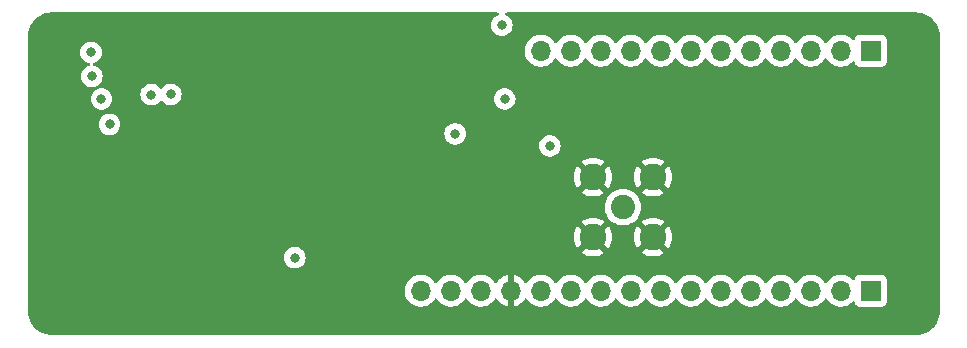
<source format=gbr>
G04 #@! TF.GenerationSoftware,KiCad,Pcbnew,(6.0.7-1)-1*
G04 #@! TF.CreationDate,2023-10-03T00:10:03-07:00*
G04 #@! TF.ProjectId,FeatherWing_KC5,46656174-6865-4725-9769-6e675f4b4335,rev?*
G04 #@! TF.SameCoordinates,Original*
G04 #@! TF.FileFunction,Copper,L2,Inr*
G04 #@! TF.FilePolarity,Positive*
%FSLAX46Y46*%
G04 Gerber Fmt 4.6, Leading zero omitted, Abs format (unit mm)*
G04 Created by KiCad (PCBNEW (6.0.7-1)-1) date 2023-10-03 00:10:03*
%MOMM*%
%LPD*%
G01*
G04 APERTURE LIST*
G04 #@! TA.AperFunction,ComponentPad*
%ADD10C,2.050000*%
G04 #@! TD*
G04 #@! TA.AperFunction,ComponentPad*
%ADD11C,2.250000*%
G04 #@! TD*
G04 #@! TA.AperFunction,ComponentPad*
%ADD12R,1.700000X1.700000*%
G04 #@! TD*
G04 #@! TA.AperFunction,ComponentPad*
%ADD13O,1.700000X1.700000*%
G04 #@! TD*
G04 #@! TA.AperFunction,ViaPad*
%ADD14C,0.800000*%
G04 #@! TD*
G04 APERTURE END LIST*
D10*
X96460000Y-59157500D03*
D11*
X99000000Y-61697500D03*
X99000000Y-56617500D03*
X93920000Y-61697500D03*
X93920000Y-56617500D03*
D12*
X117440000Y-66230000D03*
D13*
X114900000Y-66230000D03*
X112360000Y-66230000D03*
X109820000Y-66230000D03*
X107280000Y-66230000D03*
X104740000Y-66230000D03*
X102200000Y-66230000D03*
X99660000Y-66230000D03*
X97120000Y-66230000D03*
X94580000Y-66230000D03*
X92040000Y-66230000D03*
X89500000Y-66230000D03*
X86960000Y-66230000D03*
X84420000Y-66230000D03*
X81880000Y-66230000D03*
X79340000Y-66230000D03*
D12*
X117440000Y-45910000D03*
D13*
X114900000Y-45910000D03*
X112360000Y-45910000D03*
X109820000Y-45910000D03*
X107280000Y-45910000D03*
X104740000Y-45910000D03*
X102200000Y-45910000D03*
X99660000Y-45910000D03*
X97120000Y-45910000D03*
X94580000Y-45910000D03*
X92040000Y-45910000D03*
X89500000Y-45910000D03*
D14*
X51490000Y-48080000D03*
X52310000Y-50000000D03*
X52990000Y-52140000D03*
X74650000Y-53600000D03*
X90270000Y-55490000D03*
X86260000Y-58020000D03*
X47240000Y-60010000D03*
X71380000Y-53600000D03*
X74650000Y-56050000D03*
X71380000Y-56050000D03*
X56520000Y-49630000D03*
X58180000Y-49620000D03*
X86210000Y-43750000D03*
X90270000Y-53970000D03*
X86450000Y-50000000D03*
X82250000Y-52950000D03*
X68680000Y-63440000D03*
X51420000Y-46060000D03*
G04 #@! TA.AperFunction,Conductor*
G36*
X85880794Y-42688502D02*
G01*
X85927287Y-42742158D01*
X85937391Y-42812432D01*
X85907897Y-42877012D01*
X85863922Y-42909607D01*
X85759278Y-42956197D01*
X85759276Y-42956198D01*
X85753248Y-42958882D01*
X85598747Y-43071134D01*
X85594326Y-43076044D01*
X85594325Y-43076045D01*
X85581448Y-43090347D01*
X85470960Y-43213056D01*
X85375473Y-43378444D01*
X85316458Y-43560072D01*
X85315768Y-43566633D01*
X85315768Y-43566635D01*
X85302905Y-43689019D01*
X85296496Y-43750000D01*
X85297186Y-43756565D01*
X85315457Y-43930400D01*
X85316458Y-43939928D01*
X85375473Y-44121556D01*
X85470960Y-44286944D01*
X85598747Y-44428866D01*
X85753248Y-44541118D01*
X85759276Y-44543802D01*
X85759278Y-44543803D01*
X85853071Y-44585562D01*
X85927712Y-44618794D01*
X86021113Y-44638647D01*
X86108056Y-44657128D01*
X86108061Y-44657128D01*
X86114513Y-44658500D01*
X86305487Y-44658500D01*
X86311939Y-44657128D01*
X86311944Y-44657128D01*
X86398887Y-44638647D01*
X86492288Y-44618794D01*
X86566929Y-44585562D01*
X86660722Y-44543803D01*
X86660724Y-44543802D01*
X86666752Y-44541118D01*
X86821253Y-44428866D01*
X86949040Y-44286944D01*
X87044527Y-44121556D01*
X87103542Y-43939928D01*
X87104544Y-43930400D01*
X87122814Y-43756565D01*
X87123504Y-43750000D01*
X87117095Y-43689019D01*
X87104232Y-43566635D01*
X87104232Y-43566633D01*
X87103542Y-43560072D01*
X87044527Y-43378444D01*
X86949040Y-43213056D01*
X86838553Y-43090347D01*
X86825675Y-43076045D01*
X86825674Y-43076044D01*
X86821253Y-43071134D01*
X86666752Y-42958882D01*
X86660724Y-42956198D01*
X86660722Y-42956197D01*
X86556078Y-42909607D01*
X86501982Y-42863627D01*
X86481333Y-42795700D01*
X86500685Y-42727392D01*
X86553896Y-42680390D01*
X86607327Y-42668500D01*
X121200633Y-42668500D01*
X121220018Y-42670000D01*
X121234852Y-42672310D01*
X121234855Y-42672310D01*
X121243724Y-42673691D01*
X121252626Y-42672527D01*
X121260001Y-42671563D01*
X121284589Y-42670771D01*
X121507817Y-42685424D01*
X121524183Y-42687581D01*
X121769480Y-42736450D01*
X121785414Y-42740727D01*
X121996304Y-42812432D01*
X122022212Y-42821241D01*
X122037451Y-42827564D01*
X122146036Y-42881206D01*
X122261694Y-42938343D01*
X122275981Y-42946607D01*
X122329046Y-42982132D01*
X122483822Y-43085752D01*
X122496892Y-43095802D01*
X122585474Y-43173658D01*
X122684757Y-43260921D01*
X122696415Y-43272607D01*
X122861077Y-43460861D01*
X122871107Y-43473970D01*
X123009747Y-43682134D01*
X123017977Y-43696443D01*
X123128216Y-43920946D01*
X123134506Y-43936207D01*
X123214451Y-44173195D01*
X123218691Y-44189148D01*
X123266969Y-44434544D01*
X123269088Y-44450910D01*
X123282730Y-44666638D01*
X123282770Y-44667277D01*
X123281743Y-44689166D01*
X123281678Y-44693623D01*
X123280275Y-44702492D01*
X123281418Y-44711399D01*
X123281418Y-44711400D01*
X123284424Y-44734825D01*
X123285449Y-44750862D01*
X123285449Y-67900621D01*
X123283948Y-67920012D01*
X123280258Y-67943704D01*
X123282388Y-67959999D01*
X123283181Y-67984568D01*
X123282470Y-67995407D01*
X123268600Y-68206901D01*
X123266448Y-68223240D01*
X123217821Y-68467662D01*
X123213555Y-68483582D01*
X123133442Y-68719566D01*
X123127135Y-68734792D01*
X123016903Y-68958307D01*
X123008662Y-68972579D01*
X122870209Y-69179782D01*
X122860176Y-69192858D01*
X122695850Y-69380230D01*
X122684196Y-69391883D01*
X122496827Y-69556200D01*
X122483764Y-69566224D01*
X122276539Y-69704686D01*
X122262274Y-69712922D01*
X122038754Y-69823151D01*
X122023529Y-69829458D01*
X121787536Y-69909568D01*
X121771626Y-69913832D01*
X121771337Y-69913889D01*
X121527194Y-69962454D01*
X121510855Y-69964605D01*
X121295465Y-69978726D01*
X121273366Y-69977743D01*
X121269092Y-69977691D01*
X121260215Y-69976309D01*
X121231993Y-69980000D01*
X121228659Y-69980436D01*
X121212319Y-69981500D01*
X48149367Y-69981500D01*
X48129982Y-69980000D01*
X48115149Y-69977690D01*
X48115145Y-69977690D01*
X48106276Y-69976309D01*
X48097374Y-69977473D01*
X48097371Y-69977473D01*
X48089988Y-69978439D01*
X48065409Y-69979233D01*
X48020799Y-69976309D01*
X47843078Y-69964660D01*
X47826738Y-69962509D01*
X47704523Y-69938199D01*
X47582304Y-69913888D01*
X47566394Y-69909625D01*
X47330398Y-69829515D01*
X47315174Y-69823209D01*
X47091658Y-69712984D01*
X47077384Y-69704743D01*
X46870171Y-69566287D01*
X46857095Y-69556254D01*
X46669722Y-69391932D01*
X46658068Y-69380278D01*
X46493746Y-69192905D01*
X46483713Y-69179829D01*
X46345257Y-68972616D01*
X46337016Y-68958342D01*
X46226791Y-68734826D01*
X46220484Y-68719600D01*
X46140375Y-68483606D01*
X46136111Y-68467693D01*
X46087491Y-68223262D01*
X46085340Y-68206922D01*
X46071476Y-67995407D01*
X46072650Y-67972232D01*
X46072334Y-67972204D01*
X46072770Y-67967344D01*
X46073576Y-67962552D01*
X46073729Y-67950000D01*
X46069773Y-67922376D01*
X46068500Y-67904514D01*
X46068500Y-66196695D01*
X77977251Y-66196695D01*
X77990110Y-66419715D01*
X77991247Y-66424761D01*
X77991248Y-66424767D01*
X78012275Y-66518069D01*
X78039222Y-66637639D01*
X78123266Y-66844616D01*
X78160685Y-66905678D01*
X78237291Y-67030688D01*
X78239987Y-67035088D01*
X78386250Y-67203938D01*
X78558126Y-67346632D01*
X78751000Y-67459338D01*
X78959692Y-67539030D01*
X78964760Y-67540061D01*
X78964763Y-67540062D01*
X79059862Y-67559410D01*
X79178597Y-67583567D01*
X79183772Y-67583757D01*
X79183774Y-67583757D01*
X79396673Y-67591564D01*
X79396677Y-67591564D01*
X79401837Y-67591753D01*
X79406957Y-67591097D01*
X79406959Y-67591097D01*
X79618288Y-67564025D01*
X79618289Y-67564025D01*
X79623416Y-67563368D01*
X79628366Y-67561883D01*
X79832429Y-67500661D01*
X79832434Y-67500659D01*
X79837384Y-67499174D01*
X80037994Y-67400896D01*
X80219860Y-67271173D01*
X80378096Y-67113489D01*
X80437594Y-67030689D01*
X80508453Y-66932077D01*
X80509776Y-66933028D01*
X80556645Y-66889857D01*
X80626580Y-66877625D01*
X80692026Y-66905144D01*
X80719875Y-66936994D01*
X80779987Y-67035088D01*
X80926250Y-67203938D01*
X81098126Y-67346632D01*
X81291000Y-67459338D01*
X81499692Y-67539030D01*
X81504760Y-67540061D01*
X81504763Y-67540062D01*
X81599862Y-67559410D01*
X81718597Y-67583567D01*
X81723772Y-67583757D01*
X81723774Y-67583757D01*
X81936673Y-67591564D01*
X81936677Y-67591564D01*
X81941837Y-67591753D01*
X81946957Y-67591097D01*
X81946959Y-67591097D01*
X82158288Y-67564025D01*
X82158289Y-67564025D01*
X82163416Y-67563368D01*
X82168366Y-67561883D01*
X82372429Y-67500661D01*
X82372434Y-67500659D01*
X82377384Y-67499174D01*
X82577994Y-67400896D01*
X82759860Y-67271173D01*
X82918096Y-67113489D01*
X82977594Y-67030689D01*
X83048453Y-66932077D01*
X83049776Y-66933028D01*
X83096645Y-66889857D01*
X83166580Y-66877625D01*
X83232026Y-66905144D01*
X83259875Y-66936994D01*
X83319987Y-67035088D01*
X83466250Y-67203938D01*
X83638126Y-67346632D01*
X83831000Y-67459338D01*
X84039692Y-67539030D01*
X84044760Y-67540061D01*
X84044763Y-67540062D01*
X84139862Y-67559410D01*
X84258597Y-67583567D01*
X84263772Y-67583757D01*
X84263774Y-67583757D01*
X84476673Y-67591564D01*
X84476677Y-67591564D01*
X84481837Y-67591753D01*
X84486957Y-67591097D01*
X84486959Y-67591097D01*
X84698288Y-67564025D01*
X84698289Y-67564025D01*
X84703416Y-67563368D01*
X84708366Y-67561883D01*
X84912429Y-67500661D01*
X84912434Y-67500659D01*
X84917384Y-67499174D01*
X85117994Y-67400896D01*
X85299860Y-67271173D01*
X85458096Y-67113489D01*
X85517594Y-67030689D01*
X85588453Y-66932077D01*
X85589640Y-66932930D01*
X85636960Y-66889362D01*
X85706897Y-66877145D01*
X85772338Y-66904678D01*
X85800166Y-66936511D01*
X85857694Y-67030388D01*
X85863777Y-67038699D01*
X86003213Y-67199667D01*
X86010580Y-67206883D01*
X86174434Y-67342916D01*
X86182881Y-67348831D01*
X86366756Y-67456279D01*
X86376042Y-67460729D01*
X86575001Y-67536703D01*
X86584899Y-67539579D01*
X86688250Y-67560606D01*
X86702299Y-67559410D01*
X86706000Y-67549065D01*
X86706000Y-67548517D01*
X87214000Y-67548517D01*
X87218064Y-67562359D01*
X87231478Y-67564393D01*
X87238184Y-67563534D01*
X87248262Y-67561392D01*
X87452255Y-67500191D01*
X87461842Y-67496433D01*
X87653095Y-67402739D01*
X87661945Y-67397464D01*
X87835328Y-67273792D01*
X87843200Y-67267139D01*
X87994052Y-67116812D01*
X88000730Y-67108965D01*
X88128022Y-66931819D01*
X88129279Y-66932722D01*
X88176373Y-66889362D01*
X88246311Y-66877145D01*
X88311751Y-66904678D01*
X88339579Y-66936511D01*
X88399987Y-67035088D01*
X88546250Y-67203938D01*
X88718126Y-67346632D01*
X88911000Y-67459338D01*
X89119692Y-67539030D01*
X89124760Y-67540061D01*
X89124763Y-67540062D01*
X89219862Y-67559410D01*
X89338597Y-67583567D01*
X89343772Y-67583757D01*
X89343774Y-67583757D01*
X89556673Y-67591564D01*
X89556677Y-67591564D01*
X89561837Y-67591753D01*
X89566957Y-67591097D01*
X89566959Y-67591097D01*
X89778288Y-67564025D01*
X89778289Y-67564025D01*
X89783416Y-67563368D01*
X89788366Y-67561883D01*
X89992429Y-67500661D01*
X89992434Y-67500659D01*
X89997384Y-67499174D01*
X90197994Y-67400896D01*
X90379860Y-67271173D01*
X90538096Y-67113489D01*
X90597594Y-67030689D01*
X90668453Y-66932077D01*
X90669776Y-66933028D01*
X90716645Y-66889857D01*
X90786580Y-66877625D01*
X90852026Y-66905144D01*
X90879875Y-66936994D01*
X90939987Y-67035088D01*
X91086250Y-67203938D01*
X91258126Y-67346632D01*
X91451000Y-67459338D01*
X91659692Y-67539030D01*
X91664760Y-67540061D01*
X91664763Y-67540062D01*
X91759862Y-67559410D01*
X91878597Y-67583567D01*
X91883772Y-67583757D01*
X91883774Y-67583757D01*
X92096673Y-67591564D01*
X92096677Y-67591564D01*
X92101837Y-67591753D01*
X92106957Y-67591097D01*
X92106959Y-67591097D01*
X92318288Y-67564025D01*
X92318289Y-67564025D01*
X92323416Y-67563368D01*
X92328366Y-67561883D01*
X92532429Y-67500661D01*
X92532434Y-67500659D01*
X92537384Y-67499174D01*
X92737994Y-67400896D01*
X92919860Y-67271173D01*
X93078096Y-67113489D01*
X93137594Y-67030689D01*
X93208453Y-66932077D01*
X93209776Y-66933028D01*
X93256645Y-66889857D01*
X93326580Y-66877625D01*
X93392026Y-66905144D01*
X93419875Y-66936994D01*
X93479987Y-67035088D01*
X93626250Y-67203938D01*
X93798126Y-67346632D01*
X93991000Y-67459338D01*
X94199692Y-67539030D01*
X94204760Y-67540061D01*
X94204763Y-67540062D01*
X94299862Y-67559410D01*
X94418597Y-67583567D01*
X94423772Y-67583757D01*
X94423774Y-67583757D01*
X94636673Y-67591564D01*
X94636677Y-67591564D01*
X94641837Y-67591753D01*
X94646957Y-67591097D01*
X94646959Y-67591097D01*
X94858288Y-67564025D01*
X94858289Y-67564025D01*
X94863416Y-67563368D01*
X94868366Y-67561883D01*
X95072429Y-67500661D01*
X95072434Y-67500659D01*
X95077384Y-67499174D01*
X95277994Y-67400896D01*
X95459860Y-67271173D01*
X95618096Y-67113489D01*
X95677594Y-67030689D01*
X95748453Y-66932077D01*
X95749776Y-66933028D01*
X95796645Y-66889857D01*
X95866580Y-66877625D01*
X95932026Y-66905144D01*
X95959875Y-66936994D01*
X96019987Y-67035088D01*
X96166250Y-67203938D01*
X96338126Y-67346632D01*
X96531000Y-67459338D01*
X96739692Y-67539030D01*
X96744760Y-67540061D01*
X96744763Y-67540062D01*
X96839862Y-67559410D01*
X96958597Y-67583567D01*
X96963772Y-67583757D01*
X96963774Y-67583757D01*
X97176673Y-67591564D01*
X97176677Y-67591564D01*
X97181837Y-67591753D01*
X97186957Y-67591097D01*
X97186959Y-67591097D01*
X97398288Y-67564025D01*
X97398289Y-67564025D01*
X97403416Y-67563368D01*
X97408366Y-67561883D01*
X97612429Y-67500661D01*
X97612434Y-67500659D01*
X97617384Y-67499174D01*
X97817994Y-67400896D01*
X97999860Y-67271173D01*
X98158096Y-67113489D01*
X98217594Y-67030689D01*
X98288453Y-66932077D01*
X98289776Y-66933028D01*
X98336645Y-66889857D01*
X98406580Y-66877625D01*
X98472026Y-66905144D01*
X98499875Y-66936994D01*
X98559987Y-67035088D01*
X98706250Y-67203938D01*
X98878126Y-67346632D01*
X99071000Y-67459338D01*
X99279692Y-67539030D01*
X99284760Y-67540061D01*
X99284763Y-67540062D01*
X99379862Y-67559410D01*
X99498597Y-67583567D01*
X99503772Y-67583757D01*
X99503774Y-67583757D01*
X99716673Y-67591564D01*
X99716677Y-67591564D01*
X99721837Y-67591753D01*
X99726957Y-67591097D01*
X99726959Y-67591097D01*
X99938288Y-67564025D01*
X99938289Y-67564025D01*
X99943416Y-67563368D01*
X99948366Y-67561883D01*
X100152429Y-67500661D01*
X100152434Y-67500659D01*
X100157384Y-67499174D01*
X100357994Y-67400896D01*
X100539860Y-67271173D01*
X100698096Y-67113489D01*
X100757594Y-67030689D01*
X100828453Y-66932077D01*
X100829776Y-66933028D01*
X100876645Y-66889857D01*
X100946580Y-66877625D01*
X101012026Y-66905144D01*
X101039875Y-66936994D01*
X101099987Y-67035088D01*
X101246250Y-67203938D01*
X101418126Y-67346632D01*
X101611000Y-67459338D01*
X101819692Y-67539030D01*
X101824760Y-67540061D01*
X101824763Y-67540062D01*
X101919862Y-67559410D01*
X102038597Y-67583567D01*
X102043772Y-67583757D01*
X102043774Y-67583757D01*
X102256673Y-67591564D01*
X102256677Y-67591564D01*
X102261837Y-67591753D01*
X102266957Y-67591097D01*
X102266959Y-67591097D01*
X102478288Y-67564025D01*
X102478289Y-67564025D01*
X102483416Y-67563368D01*
X102488366Y-67561883D01*
X102692429Y-67500661D01*
X102692434Y-67500659D01*
X102697384Y-67499174D01*
X102897994Y-67400896D01*
X103079860Y-67271173D01*
X103238096Y-67113489D01*
X103297594Y-67030689D01*
X103368453Y-66932077D01*
X103369776Y-66933028D01*
X103416645Y-66889857D01*
X103486580Y-66877625D01*
X103552026Y-66905144D01*
X103579875Y-66936994D01*
X103639987Y-67035088D01*
X103786250Y-67203938D01*
X103958126Y-67346632D01*
X104151000Y-67459338D01*
X104359692Y-67539030D01*
X104364760Y-67540061D01*
X104364763Y-67540062D01*
X104459862Y-67559410D01*
X104578597Y-67583567D01*
X104583772Y-67583757D01*
X104583774Y-67583757D01*
X104796673Y-67591564D01*
X104796677Y-67591564D01*
X104801837Y-67591753D01*
X104806957Y-67591097D01*
X104806959Y-67591097D01*
X105018288Y-67564025D01*
X105018289Y-67564025D01*
X105023416Y-67563368D01*
X105028366Y-67561883D01*
X105232429Y-67500661D01*
X105232434Y-67500659D01*
X105237384Y-67499174D01*
X105437994Y-67400896D01*
X105619860Y-67271173D01*
X105778096Y-67113489D01*
X105837594Y-67030689D01*
X105908453Y-66932077D01*
X105909776Y-66933028D01*
X105956645Y-66889857D01*
X106026580Y-66877625D01*
X106092026Y-66905144D01*
X106119875Y-66936994D01*
X106179987Y-67035088D01*
X106326250Y-67203938D01*
X106498126Y-67346632D01*
X106691000Y-67459338D01*
X106899692Y-67539030D01*
X106904760Y-67540061D01*
X106904763Y-67540062D01*
X106999862Y-67559410D01*
X107118597Y-67583567D01*
X107123772Y-67583757D01*
X107123774Y-67583757D01*
X107336673Y-67591564D01*
X107336677Y-67591564D01*
X107341837Y-67591753D01*
X107346957Y-67591097D01*
X107346959Y-67591097D01*
X107558288Y-67564025D01*
X107558289Y-67564025D01*
X107563416Y-67563368D01*
X107568366Y-67561883D01*
X107772429Y-67500661D01*
X107772434Y-67500659D01*
X107777384Y-67499174D01*
X107977994Y-67400896D01*
X108159860Y-67271173D01*
X108318096Y-67113489D01*
X108377594Y-67030689D01*
X108448453Y-66932077D01*
X108449776Y-66933028D01*
X108496645Y-66889857D01*
X108566580Y-66877625D01*
X108632026Y-66905144D01*
X108659875Y-66936994D01*
X108719987Y-67035088D01*
X108866250Y-67203938D01*
X109038126Y-67346632D01*
X109231000Y-67459338D01*
X109439692Y-67539030D01*
X109444760Y-67540061D01*
X109444763Y-67540062D01*
X109539862Y-67559410D01*
X109658597Y-67583567D01*
X109663772Y-67583757D01*
X109663774Y-67583757D01*
X109876673Y-67591564D01*
X109876677Y-67591564D01*
X109881837Y-67591753D01*
X109886957Y-67591097D01*
X109886959Y-67591097D01*
X110098288Y-67564025D01*
X110098289Y-67564025D01*
X110103416Y-67563368D01*
X110108366Y-67561883D01*
X110312429Y-67500661D01*
X110312434Y-67500659D01*
X110317384Y-67499174D01*
X110517994Y-67400896D01*
X110699860Y-67271173D01*
X110858096Y-67113489D01*
X110917594Y-67030689D01*
X110988453Y-66932077D01*
X110989776Y-66933028D01*
X111036645Y-66889857D01*
X111106580Y-66877625D01*
X111172026Y-66905144D01*
X111199875Y-66936994D01*
X111259987Y-67035088D01*
X111406250Y-67203938D01*
X111578126Y-67346632D01*
X111771000Y-67459338D01*
X111979692Y-67539030D01*
X111984760Y-67540061D01*
X111984763Y-67540062D01*
X112079862Y-67559410D01*
X112198597Y-67583567D01*
X112203772Y-67583757D01*
X112203774Y-67583757D01*
X112416673Y-67591564D01*
X112416677Y-67591564D01*
X112421837Y-67591753D01*
X112426957Y-67591097D01*
X112426959Y-67591097D01*
X112638288Y-67564025D01*
X112638289Y-67564025D01*
X112643416Y-67563368D01*
X112648366Y-67561883D01*
X112852429Y-67500661D01*
X112852434Y-67500659D01*
X112857384Y-67499174D01*
X113057994Y-67400896D01*
X113239860Y-67271173D01*
X113398096Y-67113489D01*
X113457594Y-67030689D01*
X113528453Y-66932077D01*
X113529776Y-66933028D01*
X113576645Y-66889857D01*
X113646580Y-66877625D01*
X113712026Y-66905144D01*
X113739875Y-66936994D01*
X113799987Y-67035088D01*
X113946250Y-67203938D01*
X114118126Y-67346632D01*
X114311000Y-67459338D01*
X114519692Y-67539030D01*
X114524760Y-67540061D01*
X114524763Y-67540062D01*
X114619862Y-67559410D01*
X114738597Y-67583567D01*
X114743772Y-67583757D01*
X114743774Y-67583757D01*
X114956673Y-67591564D01*
X114956677Y-67591564D01*
X114961837Y-67591753D01*
X114966957Y-67591097D01*
X114966959Y-67591097D01*
X115178288Y-67564025D01*
X115178289Y-67564025D01*
X115183416Y-67563368D01*
X115188366Y-67561883D01*
X115392429Y-67500661D01*
X115392434Y-67500659D01*
X115397384Y-67499174D01*
X115597994Y-67400896D01*
X115779860Y-67271173D01*
X115888091Y-67163319D01*
X115950462Y-67129404D01*
X116021268Y-67134592D01*
X116078030Y-67177238D01*
X116095012Y-67208341D01*
X116139385Y-67326705D01*
X116226739Y-67443261D01*
X116343295Y-67530615D01*
X116479684Y-67581745D01*
X116541866Y-67588500D01*
X118338134Y-67588500D01*
X118400316Y-67581745D01*
X118536705Y-67530615D01*
X118653261Y-67443261D01*
X118740615Y-67326705D01*
X118791745Y-67190316D01*
X118798500Y-67128134D01*
X118798500Y-65331866D01*
X118791745Y-65269684D01*
X118740615Y-65133295D01*
X118653261Y-65016739D01*
X118536705Y-64929385D01*
X118400316Y-64878255D01*
X118338134Y-64871500D01*
X116541866Y-64871500D01*
X116479684Y-64878255D01*
X116343295Y-64929385D01*
X116226739Y-65016739D01*
X116139385Y-65133295D01*
X116136233Y-65141703D01*
X116094919Y-65251907D01*
X116052277Y-65308671D01*
X115985716Y-65333371D01*
X115916367Y-65318163D01*
X115883743Y-65292476D01*
X115833151Y-65236875D01*
X115833142Y-65236866D01*
X115829670Y-65233051D01*
X115825619Y-65229852D01*
X115825615Y-65229848D01*
X115658414Y-65097800D01*
X115658410Y-65097798D01*
X115654359Y-65094598D01*
X115618028Y-65074542D01*
X115602136Y-65065769D01*
X115458789Y-64986638D01*
X115453920Y-64984914D01*
X115453916Y-64984912D01*
X115253087Y-64913795D01*
X115253083Y-64913794D01*
X115248212Y-64912069D01*
X115243119Y-64911162D01*
X115243116Y-64911161D01*
X115033373Y-64873800D01*
X115033367Y-64873799D01*
X115028284Y-64872894D01*
X114954452Y-64871992D01*
X114810081Y-64870228D01*
X114810079Y-64870228D01*
X114804911Y-64870165D01*
X114584091Y-64903955D01*
X114371756Y-64973357D01*
X114173607Y-65076507D01*
X114169474Y-65079610D01*
X114169471Y-65079612D01*
X113999100Y-65207530D01*
X113994965Y-65210635D01*
X113969541Y-65237240D01*
X113901280Y-65308671D01*
X113840629Y-65372138D01*
X113733201Y-65529621D01*
X113678293Y-65574621D01*
X113607768Y-65582792D01*
X113544021Y-65551538D01*
X113523324Y-65527054D01*
X113442822Y-65402617D01*
X113442820Y-65402614D01*
X113440014Y-65398277D01*
X113289670Y-65233051D01*
X113285619Y-65229852D01*
X113285615Y-65229848D01*
X113118414Y-65097800D01*
X113118410Y-65097798D01*
X113114359Y-65094598D01*
X113078028Y-65074542D01*
X113062136Y-65065769D01*
X112918789Y-64986638D01*
X112913920Y-64984914D01*
X112913916Y-64984912D01*
X112713087Y-64913795D01*
X112713083Y-64913794D01*
X112708212Y-64912069D01*
X112703119Y-64911162D01*
X112703116Y-64911161D01*
X112493373Y-64873800D01*
X112493367Y-64873799D01*
X112488284Y-64872894D01*
X112414452Y-64871992D01*
X112270081Y-64870228D01*
X112270079Y-64870228D01*
X112264911Y-64870165D01*
X112044091Y-64903955D01*
X111831756Y-64973357D01*
X111633607Y-65076507D01*
X111629474Y-65079610D01*
X111629471Y-65079612D01*
X111459100Y-65207530D01*
X111454965Y-65210635D01*
X111429541Y-65237240D01*
X111361280Y-65308671D01*
X111300629Y-65372138D01*
X111193201Y-65529621D01*
X111138293Y-65574621D01*
X111067768Y-65582792D01*
X111004021Y-65551538D01*
X110983324Y-65527054D01*
X110902822Y-65402617D01*
X110902820Y-65402614D01*
X110900014Y-65398277D01*
X110749670Y-65233051D01*
X110745619Y-65229852D01*
X110745615Y-65229848D01*
X110578414Y-65097800D01*
X110578410Y-65097798D01*
X110574359Y-65094598D01*
X110538028Y-65074542D01*
X110522136Y-65065769D01*
X110378789Y-64986638D01*
X110373920Y-64984914D01*
X110373916Y-64984912D01*
X110173087Y-64913795D01*
X110173083Y-64913794D01*
X110168212Y-64912069D01*
X110163119Y-64911162D01*
X110163116Y-64911161D01*
X109953373Y-64873800D01*
X109953367Y-64873799D01*
X109948284Y-64872894D01*
X109874452Y-64871992D01*
X109730081Y-64870228D01*
X109730079Y-64870228D01*
X109724911Y-64870165D01*
X109504091Y-64903955D01*
X109291756Y-64973357D01*
X109093607Y-65076507D01*
X109089474Y-65079610D01*
X109089471Y-65079612D01*
X108919100Y-65207530D01*
X108914965Y-65210635D01*
X108889541Y-65237240D01*
X108821280Y-65308671D01*
X108760629Y-65372138D01*
X108653201Y-65529621D01*
X108598293Y-65574621D01*
X108527768Y-65582792D01*
X108464021Y-65551538D01*
X108443324Y-65527054D01*
X108362822Y-65402617D01*
X108362820Y-65402614D01*
X108360014Y-65398277D01*
X108209670Y-65233051D01*
X108205619Y-65229852D01*
X108205615Y-65229848D01*
X108038414Y-65097800D01*
X108038410Y-65097798D01*
X108034359Y-65094598D01*
X107998028Y-65074542D01*
X107982136Y-65065769D01*
X107838789Y-64986638D01*
X107833920Y-64984914D01*
X107833916Y-64984912D01*
X107633087Y-64913795D01*
X107633083Y-64913794D01*
X107628212Y-64912069D01*
X107623119Y-64911162D01*
X107623116Y-64911161D01*
X107413373Y-64873800D01*
X107413367Y-64873799D01*
X107408284Y-64872894D01*
X107334452Y-64871992D01*
X107190081Y-64870228D01*
X107190079Y-64870228D01*
X107184911Y-64870165D01*
X106964091Y-64903955D01*
X106751756Y-64973357D01*
X106553607Y-65076507D01*
X106549474Y-65079610D01*
X106549471Y-65079612D01*
X106379100Y-65207530D01*
X106374965Y-65210635D01*
X106349541Y-65237240D01*
X106281280Y-65308671D01*
X106220629Y-65372138D01*
X106113201Y-65529621D01*
X106058293Y-65574621D01*
X105987768Y-65582792D01*
X105924021Y-65551538D01*
X105903324Y-65527054D01*
X105822822Y-65402617D01*
X105822820Y-65402614D01*
X105820014Y-65398277D01*
X105669670Y-65233051D01*
X105665619Y-65229852D01*
X105665615Y-65229848D01*
X105498414Y-65097800D01*
X105498410Y-65097798D01*
X105494359Y-65094598D01*
X105458028Y-65074542D01*
X105442136Y-65065769D01*
X105298789Y-64986638D01*
X105293920Y-64984914D01*
X105293916Y-64984912D01*
X105093087Y-64913795D01*
X105093083Y-64913794D01*
X105088212Y-64912069D01*
X105083119Y-64911162D01*
X105083116Y-64911161D01*
X104873373Y-64873800D01*
X104873367Y-64873799D01*
X104868284Y-64872894D01*
X104794452Y-64871992D01*
X104650081Y-64870228D01*
X104650079Y-64870228D01*
X104644911Y-64870165D01*
X104424091Y-64903955D01*
X104211756Y-64973357D01*
X104013607Y-65076507D01*
X104009474Y-65079610D01*
X104009471Y-65079612D01*
X103839100Y-65207530D01*
X103834965Y-65210635D01*
X103809541Y-65237240D01*
X103741280Y-65308671D01*
X103680629Y-65372138D01*
X103573201Y-65529621D01*
X103518293Y-65574621D01*
X103447768Y-65582792D01*
X103384021Y-65551538D01*
X103363324Y-65527054D01*
X103282822Y-65402617D01*
X103282820Y-65402614D01*
X103280014Y-65398277D01*
X103129670Y-65233051D01*
X103125619Y-65229852D01*
X103125615Y-65229848D01*
X102958414Y-65097800D01*
X102958410Y-65097798D01*
X102954359Y-65094598D01*
X102918028Y-65074542D01*
X102902136Y-65065769D01*
X102758789Y-64986638D01*
X102753920Y-64984914D01*
X102753916Y-64984912D01*
X102553087Y-64913795D01*
X102553083Y-64913794D01*
X102548212Y-64912069D01*
X102543119Y-64911162D01*
X102543116Y-64911161D01*
X102333373Y-64873800D01*
X102333367Y-64873799D01*
X102328284Y-64872894D01*
X102254452Y-64871992D01*
X102110081Y-64870228D01*
X102110079Y-64870228D01*
X102104911Y-64870165D01*
X101884091Y-64903955D01*
X101671756Y-64973357D01*
X101473607Y-65076507D01*
X101469474Y-65079610D01*
X101469471Y-65079612D01*
X101299100Y-65207530D01*
X101294965Y-65210635D01*
X101269541Y-65237240D01*
X101201280Y-65308671D01*
X101140629Y-65372138D01*
X101033201Y-65529621D01*
X100978293Y-65574621D01*
X100907768Y-65582792D01*
X100844021Y-65551538D01*
X100823324Y-65527054D01*
X100742822Y-65402617D01*
X100742820Y-65402614D01*
X100740014Y-65398277D01*
X100589670Y-65233051D01*
X100585619Y-65229852D01*
X100585615Y-65229848D01*
X100418414Y-65097800D01*
X100418410Y-65097798D01*
X100414359Y-65094598D01*
X100378028Y-65074542D01*
X100362136Y-65065769D01*
X100218789Y-64986638D01*
X100213920Y-64984914D01*
X100213916Y-64984912D01*
X100013087Y-64913795D01*
X100013083Y-64913794D01*
X100008212Y-64912069D01*
X100003119Y-64911162D01*
X100003116Y-64911161D01*
X99793373Y-64873800D01*
X99793367Y-64873799D01*
X99788284Y-64872894D01*
X99714452Y-64871992D01*
X99570081Y-64870228D01*
X99570079Y-64870228D01*
X99564911Y-64870165D01*
X99344091Y-64903955D01*
X99131756Y-64973357D01*
X98933607Y-65076507D01*
X98929474Y-65079610D01*
X98929471Y-65079612D01*
X98759100Y-65207530D01*
X98754965Y-65210635D01*
X98729541Y-65237240D01*
X98661280Y-65308671D01*
X98600629Y-65372138D01*
X98493201Y-65529621D01*
X98438293Y-65574621D01*
X98367768Y-65582792D01*
X98304021Y-65551538D01*
X98283324Y-65527054D01*
X98202822Y-65402617D01*
X98202820Y-65402614D01*
X98200014Y-65398277D01*
X98049670Y-65233051D01*
X98045619Y-65229852D01*
X98045615Y-65229848D01*
X97878414Y-65097800D01*
X97878410Y-65097798D01*
X97874359Y-65094598D01*
X97838028Y-65074542D01*
X97822136Y-65065769D01*
X97678789Y-64986638D01*
X97673920Y-64984914D01*
X97673916Y-64984912D01*
X97473087Y-64913795D01*
X97473083Y-64913794D01*
X97468212Y-64912069D01*
X97463119Y-64911162D01*
X97463116Y-64911161D01*
X97253373Y-64873800D01*
X97253367Y-64873799D01*
X97248284Y-64872894D01*
X97174452Y-64871992D01*
X97030081Y-64870228D01*
X97030079Y-64870228D01*
X97024911Y-64870165D01*
X96804091Y-64903955D01*
X96591756Y-64973357D01*
X96393607Y-65076507D01*
X96389474Y-65079610D01*
X96389471Y-65079612D01*
X96219100Y-65207530D01*
X96214965Y-65210635D01*
X96189541Y-65237240D01*
X96121280Y-65308671D01*
X96060629Y-65372138D01*
X95953201Y-65529621D01*
X95898293Y-65574621D01*
X95827768Y-65582792D01*
X95764021Y-65551538D01*
X95743324Y-65527054D01*
X95662822Y-65402617D01*
X95662820Y-65402614D01*
X95660014Y-65398277D01*
X95509670Y-65233051D01*
X95505619Y-65229852D01*
X95505615Y-65229848D01*
X95338414Y-65097800D01*
X95338410Y-65097798D01*
X95334359Y-65094598D01*
X95298028Y-65074542D01*
X95282136Y-65065769D01*
X95138789Y-64986638D01*
X95133920Y-64984914D01*
X95133916Y-64984912D01*
X94933087Y-64913795D01*
X94933083Y-64913794D01*
X94928212Y-64912069D01*
X94923119Y-64911162D01*
X94923116Y-64911161D01*
X94713373Y-64873800D01*
X94713367Y-64873799D01*
X94708284Y-64872894D01*
X94634452Y-64871992D01*
X94490081Y-64870228D01*
X94490079Y-64870228D01*
X94484911Y-64870165D01*
X94264091Y-64903955D01*
X94051756Y-64973357D01*
X93853607Y-65076507D01*
X93849474Y-65079610D01*
X93849471Y-65079612D01*
X93679100Y-65207530D01*
X93674965Y-65210635D01*
X93649541Y-65237240D01*
X93581280Y-65308671D01*
X93520629Y-65372138D01*
X93413201Y-65529621D01*
X93358293Y-65574621D01*
X93287768Y-65582792D01*
X93224021Y-65551538D01*
X93203324Y-65527054D01*
X93122822Y-65402617D01*
X93122820Y-65402614D01*
X93120014Y-65398277D01*
X92969670Y-65233051D01*
X92965619Y-65229852D01*
X92965615Y-65229848D01*
X92798414Y-65097800D01*
X92798410Y-65097798D01*
X92794359Y-65094598D01*
X92758028Y-65074542D01*
X92742136Y-65065769D01*
X92598789Y-64986638D01*
X92593920Y-64984914D01*
X92593916Y-64984912D01*
X92393087Y-64913795D01*
X92393083Y-64913794D01*
X92388212Y-64912069D01*
X92383119Y-64911162D01*
X92383116Y-64911161D01*
X92173373Y-64873800D01*
X92173367Y-64873799D01*
X92168284Y-64872894D01*
X92094452Y-64871992D01*
X91950081Y-64870228D01*
X91950079Y-64870228D01*
X91944911Y-64870165D01*
X91724091Y-64903955D01*
X91511756Y-64973357D01*
X91313607Y-65076507D01*
X91309474Y-65079610D01*
X91309471Y-65079612D01*
X91139100Y-65207530D01*
X91134965Y-65210635D01*
X91109541Y-65237240D01*
X91041280Y-65308671D01*
X90980629Y-65372138D01*
X90873201Y-65529621D01*
X90818293Y-65574621D01*
X90747768Y-65582792D01*
X90684021Y-65551538D01*
X90663324Y-65527054D01*
X90582822Y-65402617D01*
X90582820Y-65402614D01*
X90580014Y-65398277D01*
X90429670Y-65233051D01*
X90425619Y-65229852D01*
X90425615Y-65229848D01*
X90258414Y-65097800D01*
X90258410Y-65097798D01*
X90254359Y-65094598D01*
X90218028Y-65074542D01*
X90202136Y-65065769D01*
X90058789Y-64986638D01*
X90053920Y-64984914D01*
X90053916Y-64984912D01*
X89853087Y-64913795D01*
X89853083Y-64913794D01*
X89848212Y-64912069D01*
X89843119Y-64911162D01*
X89843116Y-64911161D01*
X89633373Y-64873800D01*
X89633367Y-64873799D01*
X89628284Y-64872894D01*
X89554452Y-64871992D01*
X89410081Y-64870228D01*
X89410079Y-64870228D01*
X89404911Y-64870165D01*
X89184091Y-64903955D01*
X88971756Y-64973357D01*
X88773607Y-65076507D01*
X88769474Y-65079610D01*
X88769471Y-65079612D01*
X88599100Y-65207530D01*
X88594965Y-65210635D01*
X88569541Y-65237240D01*
X88501280Y-65308671D01*
X88440629Y-65372138D01*
X88333204Y-65529618D01*
X88332898Y-65530066D01*
X88277987Y-65575069D01*
X88207462Y-65583240D01*
X88143715Y-65551986D01*
X88123018Y-65527502D01*
X88042426Y-65402926D01*
X88036136Y-65394757D01*
X87892806Y-65237240D01*
X87885273Y-65230215D01*
X87718139Y-65098222D01*
X87709552Y-65092517D01*
X87523117Y-64989599D01*
X87513705Y-64985369D01*
X87312959Y-64914280D01*
X87302988Y-64911646D01*
X87231837Y-64898972D01*
X87218540Y-64900432D01*
X87214000Y-64914989D01*
X87214000Y-67548517D01*
X86706000Y-67548517D01*
X86706000Y-64913102D01*
X86702082Y-64899758D01*
X86687806Y-64897771D01*
X86649324Y-64903660D01*
X86639288Y-64906051D01*
X86436868Y-64972212D01*
X86427359Y-64976209D01*
X86238463Y-65074542D01*
X86229738Y-65080036D01*
X86059433Y-65207905D01*
X86051726Y-65214748D01*
X85904590Y-65368717D01*
X85898109Y-65376722D01*
X85793498Y-65530074D01*
X85738587Y-65575076D01*
X85668062Y-65583247D01*
X85604315Y-65551993D01*
X85583618Y-65527509D01*
X85502822Y-65402617D01*
X85502820Y-65402614D01*
X85500014Y-65398277D01*
X85349670Y-65233051D01*
X85345619Y-65229852D01*
X85345615Y-65229848D01*
X85178414Y-65097800D01*
X85178410Y-65097798D01*
X85174359Y-65094598D01*
X85138028Y-65074542D01*
X85122136Y-65065769D01*
X84978789Y-64986638D01*
X84973920Y-64984914D01*
X84973916Y-64984912D01*
X84773087Y-64913795D01*
X84773083Y-64913794D01*
X84768212Y-64912069D01*
X84763119Y-64911162D01*
X84763116Y-64911161D01*
X84553373Y-64873800D01*
X84553367Y-64873799D01*
X84548284Y-64872894D01*
X84474452Y-64871992D01*
X84330081Y-64870228D01*
X84330079Y-64870228D01*
X84324911Y-64870165D01*
X84104091Y-64903955D01*
X83891756Y-64973357D01*
X83693607Y-65076507D01*
X83689474Y-65079610D01*
X83689471Y-65079612D01*
X83519100Y-65207530D01*
X83514965Y-65210635D01*
X83489541Y-65237240D01*
X83421280Y-65308671D01*
X83360629Y-65372138D01*
X83253201Y-65529621D01*
X83198293Y-65574621D01*
X83127768Y-65582792D01*
X83064021Y-65551538D01*
X83043324Y-65527054D01*
X82962822Y-65402617D01*
X82962820Y-65402614D01*
X82960014Y-65398277D01*
X82809670Y-65233051D01*
X82805619Y-65229852D01*
X82805615Y-65229848D01*
X82638414Y-65097800D01*
X82638410Y-65097798D01*
X82634359Y-65094598D01*
X82598028Y-65074542D01*
X82582136Y-65065769D01*
X82438789Y-64986638D01*
X82433920Y-64984914D01*
X82433916Y-64984912D01*
X82233087Y-64913795D01*
X82233083Y-64913794D01*
X82228212Y-64912069D01*
X82223119Y-64911162D01*
X82223116Y-64911161D01*
X82013373Y-64873800D01*
X82013367Y-64873799D01*
X82008284Y-64872894D01*
X81934452Y-64871992D01*
X81790081Y-64870228D01*
X81790079Y-64870228D01*
X81784911Y-64870165D01*
X81564091Y-64903955D01*
X81351756Y-64973357D01*
X81153607Y-65076507D01*
X81149474Y-65079610D01*
X81149471Y-65079612D01*
X80979100Y-65207530D01*
X80974965Y-65210635D01*
X80949541Y-65237240D01*
X80881280Y-65308671D01*
X80820629Y-65372138D01*
X80713201Y-65529621D01*
X80658293Y-65574621D01*
X80587768Y-65582792D01*
X80524021Y-65551538D01*
X80503324Y-65527054D01*
X80422822Y-65402617D01*
X80422820Y-65402614D01*
X80420014Y-65398277D01*
X80269670Y-65233051D01*
X80265619Y-65229852D01*
X80265615Y-65229848D01*
X80098414Y-65097800D01*
X80098410Y-65097798D01*
X80094359Y-65094598D01*
X80058028Y-65074542D01*
X80042136Y-65065769D01*
X79898789Y-64986638D01*
X79893920Y-64984914D01*
X79893916Y-64984912D01*
X79693087Y-64913795D01*
X79693083Y-64913794D01*
X79688212Y-64912069D01*
X79683119Y-64911162D01*
X79683116Y-64911161D01*
X79473373Y-64873800D01*
X79473367Y-64873799D01*
X79468284Y-64872894D01*
X79394452Y-64871992D01*
X79250081Y-64870228D01*
X79250079Y-64870228D01*
X79244911Y-64870165D01*
X79024091Y-64903955D01*
X78811756Y-64973357D01*
X78613607Y-65076507D01*
X78609474Y-65079610D01*
X78609471Y-65079612D01*
X78439100Y-65207530D01*
X78434965Y-65210635D01*
X78409541Y-65237240D01*
X78341280Y-65308671D01*
X78280629Y-65372138D01*
X78154743Y-65556680D01*
X78060688Y-65759305D01*
X78000989Y-65974570D01*
X77977251Y-66196695D01*
X46068500Y-66196695D01*
X46068500Y-63440000D01*
X67766496Y-63440000D01*
X67786458Y-63629928D01*
X67845473Y-63811556D01*
X67940960Y-63976944D01*
X68068747Y-64118866D01*
X68223248Y-64231118D01*
X68229276Y-64233802D01*
X68229278Y-64233803D01*
X68391681Y-64306109D01*
X68397712Y-64308794D01*
X68491112Y-64328647D01*
X68578056Y-64347128D01*
X68578061Y-64347128D01*
X68584513Y-64348500D01*
X68775487Y-64348500D01*
X68781939Y-64347128D01*
X68781944Y-64347128D01*
X68868888Y-64328647D01*
X68962288Y-64308794D01*
X68968319Y-64306109D01*
X69130722Y-64233803D01*
X69130724Y-64233802D01*
X69136752Y-64231118D01*
X69291253Y-64118866D01*
X69419040Y-63976944D01*
X69514527Y-63811556D01*
X69573542Y-63629928D01*
X69593504Y-63440000D01*
X69573542Y-63250072D01*
X69514527Y-63068444D01*
X69487696Y-63021971D01*
X92960884Y-63021971D01*
X92964570Y-63027240D01*
X93172121Y-63154427D01*
X93180915Y-63158908D01*
X93409242Y-63253484D01*
X93418627Y-63256533D01*
X93658940Y-63314228D01*
X93668687Y-63315771D01*
X93915070Y-63335162D01*
X93924930Y-63335162D01*
X94171313Y-63315771D01*
X94181060Y-63314228D01*
X94421373Y-63256533D01*
X94430758Y-63253484D01*
X94659085Y-63158908D01*
X94667879Y-63154427D01*
X94873928Y-63028160D01*
X94877968Y-63021971D01*
X98040884Y-63021971D01*
X98044570Y-63027240D01*
X98252121Y-63154427D01*
X98260915Y-63158908D01*
X98489242Y-63253484D01*
X98498627Y-63256533D01*
X98738940Y-63314228D01*
X98748687Y-63315771D01*
X98995070Y-63335162D01*
X99004930Y-63335162D01*
X99251313Y-63315771D01*
X99261060Y-63314228D01*
X99501373Y-63256533D01*
X99510758Y-63253484D01*
X99739085Y-63158908D01*
X99747879Y-63154427D01*
X99953928Y-63028160D01*
X99959190Y-63020099D01*
X99953183Y-63009893D01*
X99012812Y-62069522D01*
X98998868Y-62061908D01*
X98997035Y-62062039D01*
X98990420Y-62066290D01*
X98048276Y-63008434D01*
X98040884Y-63021971D01*
X94877968Y-63021971D01*
X94879190Y-63020099D01*
X94873183Y-63009893D01*
X93932812Y-62069522D01*
X93918868Y-62061908D01*
X93917035Y-62062039D01*
X93910420Y-62066290D01*
X92968276Y-63008434D01*
X92960884Y-63021971D01*
X69487696Y-63021971D01*
X69480723Y-63009893D01*
X69422341Y-62908774D01*
X69419040Y-62903056D01*
X69291253Y-62761134D01*
X69136752Y-62648882D01*
X69130724Y-62646198D01*
X69130722Y-62646197D01*
X68968319Y-62573891D01*
X68968318Y-62573891D01*
X68962288Y-62571206D01*
X68868888Y-62551353D01*
X68781944Y-62532872D01*
X68781939Y-62532872D01*
X68775487Y-62531500D01*
X68584513Y-62531500D01*
X68578061Y-62532872D01*
X68578056Y-62532872D01*
X68491112Y-62551353D01*
X68397712Y-62571206D01*
X68391682Y-62573891D01*
X68391681Y-62573891D01*
X68229278Y-62646197D01*
X68229276Y-62646198D01*
X68223248Y-62648882D01*
X68068747Y-62761134D01*
X67940960Y-62903056D01*
X67937659Y-62908774D01*
X67879278Y-63009893D01*
X67845473Y-63068444D01*
X67786458Y-63250072D01*
X67766496Y-63440000D01*
X46068500Y-63440000D01*
X46068500Y-61702430D01*
X92282338Y-61702430D01*
X92301729Y-61948813D01*
X92303272Y-61958560D01*
X92360967Y-62198873D01*
X92364016Y-62208258D01*
X92458592Y-62436585D01*
X92463073Y-62445379D01*
X92589340Y-62651428D01*
X92597401Y-62656690D01*
X92607607Y-62650683D01*
X93547978Y-61710312D01*
X93554356Y-61698632D01*
X94284408Y-61698632D01*
X94284539Y-61700465D01*
X94288790Y-61707080D01*
X95230934Y-62649224D01*
X95244471Y-62656616D01*
X95249740Y-62652930D01*
X95376927Y-62445379D01*
X95381408Y-62436585D01*
X95475984Y-62208258D01*
X95479033Y-62198873D01*
X95536728Y-61958560D01*
X95538271Y-61948813D01*
X95557662Y-61702430D01*
X97362338Y-61702430D01*
X97381729Y-61948813D01*
X97383272Y-61958560D01*
X97440967Y-62198873D01*
X97444016Y-62208258D01*
X97538592Y-62436585D01*
X97543073Y-62445379D01*
X97669340Y-62651428D01*
X97677401Y-62656690D01*
X97687607Y-62650683D01*
X98627978Y-61710312D01*
X98634356Y-61698632D01*
X99364408Y-61698632D01*
X99364539Y-61700465D01*
X99368790Y-61707080D01*
X100310934Y-62649224D01*
X100324471Y-62656616D01*
X100329740Y-62652930D01*
X100456927Y-62445379D01*
X100461408Y-62436585D01*
X100555984Y-62208258D01*
X100559033Y-62198873D01*
X100616728Y-61958560D01*
X100618271Y-61948813D01*
X100637662Y-61702430D01*
X100637662Y-61692570D01*
X100618271Y-61446187D01*
X100616728Y-61436440D01*
X100559033Y-61196127D01*
X100555984Y-61186742D01*
X100461408Y-60958415D01*
X100456927Y-60949621D01*
X100330660Y-60743572D01*
X100322599Y-60738310D01*
X100312393Y-60744317D01*
X99372022Y-61684688D01*
X99364408Y-61698632D01*
X98634356Y-61698632D01*
X98635592Y-61696368D01*
X98635461Y-61694535D01*
X98631210Y-61687920D01*
X97689066Y-60745776D01*
X97675529Y-60738384D01*
X97670260Y-60742070D01*
X97543073Y-60949621D01*
X97538592Y-60958415D01*
X97444016Y-61186742D01*
X97440967Y-61196127D01*
X97383272Y-61436440D01*
X97381729Y-61446187D01*
X97362338Y-61692570D01*
X97362338Y-61702430D01*
X95557662Y-61702430D01*
X95557662Y-61692570D01*
X95538271Y-61446187D01*
X95536728Y-61436440D01*
X95479033Y-61196127D01*
X95475984Y-61186742D01*
X95381408Y-60958415D01*
X95376927Y-60949621D01*
X95250660Y-60743572D01*
X95242599Y-60738310D01*
X95232393Y-60744317D01*
X94292022Y-61684688D01*
X94284408Y-61698632D01*
X93554356Y-61698632D01*
X93555592Y-61696368D01*
X93555461Y-61694535D01*
X93551210Y-61687920D01*
X92609066Y-60745776D01*
X92595529Y-60738384D01*
X92590260Y-60742070D01*
X92463073Y-60949621D01*
X92458592Y-60958415D01*
X92364016Y-61186742D01*
X92360967Y-61196127D01*
X92303272Y-61436440D01*
X92301729Y-61446187D01*
X92282338Y-61692570D01*
X92282338Y-61702430D01*
X46068500Y-61702430D01*
X46068500Y-60374901D01*
X92960810Y-60374901D01*
X92966817Y-60385107D01*
X93907188Y-61325478D01*
X93921132Y-61333092D01*
X93922965Y-61332961D01*
X93929580Y-61328710D01*
X94871724Y-60386566D01*
X94879116Y-60373029D01*
X94875430Y-60367760D01*
X94667879Y-60240573D01*
X94659085Y-60236092D01*
X94430758Y-60141516D01*
X94421373Y-60138467D01*
X94181060Y-60080772D01*
X94171313Y-60079229D01*
X93924930Y-60059838D01*
X93915070Y-60059838D01*
X93668687Y-60079229D01*
X93658940Y-60080772D01*
X93418627Y-60138467D01*
X93409242Y-60141516D01*
X93180915Y-60236092D01*
X93172121Y-60240573D01*
X92966072Y-60366840D01*
X92960810Y-60374901D01*
X46068500Y-60374901D01*
X46068500Y-59157500D01*
X94921758Y-59157500D01*
X94940696Y-59398134D01*
X94941850Y-59402941D01*
X94941851Y-59402947D01*
X94977267Y-59550461D01*
X94997045Y-59632843D01*
X95089416Y-59855847D01*
X95215536Y-60061656D01*
X95372299Y-60245201D01*
X95555844Y-60401964D01*
X95761653Y-60528084D01*
X95766223Y-60529977D01*
X95766227Y-60529979D01*
X95980084Y-60618561D01*
X95984657Y-60620455D01*
X96067039Y-60640233D01*
X96214553Y-60675649D01*
X96214559Y-60675650D01*
X96219366Y-60676804D01*
X96460000Y-60695742D01*
X96700634Y-60676804D01*
X96705441Y-60675650D01*
X96705447Y-60675649D01*
X96852961Y-60640233D01*
X96935343Y-60620455D01*
X96939916Y-60618561D01*
X97153773Y-60529979D01*
X97153777Y-60529977D01*
X97158347Y-60528084D01*
X97364156Y-60401964D01*
X97395843Y-60374901D01*
X98040810Y-60374901D01*
X98046817Y-60385107D01*
X98987188Y-61325478D01*
X99001132Y-61333092D01*
X99002965Y-61332961D01*
X99009580Y-61328710D01*
X99951724Y-60386566D01*
X99959116Y-60373029D01*
X99955430Y-60367760D01*
X99747879Y-60240573D01*
X99739085Y-60236092D01*
X99510758Y-60141516D01*
X99501373Y-60138467D01*
X99261060Y-60080772D01*
X99251313Y-60079229D01*
X99004930Y-60059838D01*
X98995070Y-60059838D01*
X98748687Y-60079229D01*
X98738940Y-60080772D01*
X98498627Y-60138467D01*
X98489242Y-60141516D01*
X98260915Y-60236092D01*
X98252121Y-60240573D01*
X98046072Y-60366840D01*
X98040810Y-60374901D01*
X97395843Y-60374901D01*
X97547701Y-60245201D01*
X97704464Y-60061656D01*
X97830584Y-59855847D01*
X97922955Y-59632843D01*
X97942733Y-59550461D01*
X97978149Y-59402947D01*
X97978150Y-59402941D01*
X97979304Y-59398134D01*
X97998242Y-59157500D01*
X97979304Y-58916866D01*
X97978150Y-58912059D01*
X97978149Y-58912053D01*
X97924110Y-58686969D01*
X97922955Y-58682157D01*
X97830584Y-58459153D01*
X97704464Y-58253344D01*
X97547701Y-58069799D01*
X97398034Y-57941971D01*
X98040884Y-57941971D01*
X98044570Y-57947240D01*
X98252121Y-58074427D01*
X98260915Y-58078908D01*
X98489242Y-58173484D01*
X98498627Y-58176533D01*
X98738940Y-58234228D01*
X98748687Y-58235771D01*
X98995070Y-58255162D01*
X99004930Y-58255162D01*
X99251313Y-58235771D01*
X99261060Y-58234228D01*
X99501373Y-58176533D01*
X99510758Y-58173484D01*
X99739085Y-58078908D01*
X99747879Y-58074427D01*
X99953928Y-57948160D01*
X99959190Y-57940099D01*
X99953183Y-57929893D01*
X99012812Y-56989522D01*
X98998868Y-56981908D01*
X98997035Y-56982039D01*
X98990420Y-56986290D01*
X98048276Y-57928434D01*
X98040884Y-57941971D01*
X97398034Y-57941971D01*
X97364156Y-57913036D01*
X97158347Y-57786916D01*
X97153777Y-57785023D01*
X97153773Y-57785021D01*
X96939916Y-57696439D01*
X96939914Y-57696438D01*
X96935343Y-57694545D01*
X96852961Y-57674767D01*
X96705447Y-57639351D01*
X96705441Y-57639350D01*
X96700634Y-57638196D01*
X96460000Y-57619258D01*
X96219366Y-57638196D01*
X96214559Y-57639350D01*
X96214553Y-57639351D01*
X96067039Y-57674767D01*
X95984657Y-57694545D01*
X95980086Y-57696438D01*
X95980084Y-57696439D01*
X95766227Y-57785021D01*
X95766223Y-57785023D01*
X95761653Y-57786916D01*
X95555844Y-57913036D01*
X95372299Y-58069799D01*
X95215536Y-58253344D01*
X95089416Y-58459153D01*
X94997045Y-58682157D01*
X94995890Y-58686969D01*
X94941851Y-58912053D01*
X94941850Y-58912059D01*
X94940696Y-58916866D01*
X94921758Y-59157500D01*
X46068500Y-59157500D01*
X46068500Y-57941971D01*
X92960884Y-57941971D01*
X92964570Y-57947240D01*
X93172121Y-58074427D01*
X93180915Y-58078908D01*
X93409242Y-58173484D01*
X93418627Y-58176533D01*
X93658940Y-58234228D01*
X93668687Y-58235771D01*
X93915070Y-58255162D01*
X93924930Y-58255162D01*
X94171313Y-58235771D01*
X94181060Y-58234228D01*
X94421373Y-58176533D01*
X94430758Y-58173484D01*
X94659085Y-58078908D01*
X94667879Y-58074427D01*
X94873928Y-57948160D01*
X94879190Y-57940099D01*
X94873183Y-57929893D01*
X93932812Y-56989522D01*
X93918868Y-56981908D01*
X93917035Y-56982039D01*
X93910420Y-56986290D01*
X92968276Y-57928434D01*
X92960884Y-57941971D01*
X46068500Y-57941971D01*
X46068500Y-56622430D01*
X92282338Y-56622430D01*
X92301729Y-56868813D01*
X92303272Y-56878560D01*
X92360967Y-57118873D01*
X92364016Y-57128258D01*
X92458592Y-57356585D01*
X92463073Y-57365379D01*
X92589340Y-57571428D01*
X92597401Y-57576690D01*
X92607607Y-57570683D01*
X93547978Y-56630312D01*
X93554356Y-56618632D01*
X94284408Y-56618632D01*
X94284539Y-56620465D01*
X94288790Y-56627080D01*
X95230934Y-57569224D01*
X95244471Y-57576616D01*
X95249740Y-57572930D01*
X95376927Y-57365379D01*
X95381408Y-57356585D01*
X95475984Y-57128258D01*
X95479033Y-57118873D01*
X95536728Y-56878560D01*
X95538271Y-56868813D01*
X95557662Y-56622430D01*
X97362338Y-56622430D01*
X97381729Y-56868813D01*
X97383272Y-56878560D01*
X97440967Y-57118873D01*
X97444016Y-57128258D01*
X97538592Y-57356585D01*
X97543073Y-57365379D01*
X97669340Y-57571428D01*
X97677401Y-57576690D01*
X97687607Y-57570683D01*
X98627978Y-56630312D01*
X98634356Y-56618632D01*
X99364408Y-56618632D01*
X99364539Y-56620465D01*
X99368790Y-56627080D01*
X100310934Y-57569224D01*
X100324471Y-57576616D01*
X100329740Y-57572930D01*
X100456927Y-57365379D01*
X100461408Y-57356585D01*
X100555984Y-57128258D01*
X100559033Y-57118873D01*
X100616728Y-56878560D01*
X100618271Y-56868813D01*
X100637662Y-56622430D01*
X100637662Y-56612570D01*
X100618271Y-56366187D01*
X100616728Y-56356440D01*
X100559033Y-56116127D01*
X100555984Y-56106742D01*
X100461408Y-55878415D01*
X100456927Y-55869621D01*
X100330660Y-55663572D01*
X100322599Y-55658310D01*
X100312393Y-55664317D01*
X99372022Y-56604688D01*
X99364408Y-56618632D01*
X98634356Y-56618632D01*
X98635592Y-56616368D01*
X98635461Y-56614535D01*
X98631210Y-56607920D01*
X97689066Y-55665776D01*
X97675529Y-55658384D01*
X97670260Y-55662070D01*
X97543073Y-55869621D01*
X97538592Y-55878415D01*
X97444016Y-56106742D01*
X97440967Y-56116127D01*
X97383272Y-56356440D01*
X97381729Y-56366187D01*
X97362338Y-56612570D01*
X97362338Y-56622430D01*
X95557662Y-56622430D01*
X95557662Y-56612570D01*
X95538271Y-56366187D01*
X95536728Y-56356440D01*
X95479033Y-56116127D01*
X95475984Y-56106742D01*
X95381408Y-55878415D01*
X95376927Y-55869621D01*
X95250660Y-55663572D01*
X95242599Y-55658310D01*
X95232393Y-55664317D01*
X94292022Y-56604688D01*
X94284408Y-56618632D01*
X93554356Y-56618632D01*
X93555592Y-56616368D01*
X93555461Y-56614535D01*
X93551210Y-56607920D01*
X92609066Y-55665776D01*
X92595529Y-55658384D01*
X92590260Y-55662070D01*
X92463073Y-55869621D01*
X92458592Y-55878415D01*
X92364016Y-56106742D01*
X92360967Y-56116127D01*
X92303272Y-56356440D01*
X92301729Y-56366187D01*
X92282338Y-56612570D01*
X92282338Y-56622430D01*
X46068500Y-56622430D01*
X46068500Y-55294901D01*
X92960810Y-55294901D01*
X92966817Y-55305107D01*
X93907188Y-56245478D01*
X93921132Y-56253092D01*
X93922965Y-56252961D01*
X93929580Y-56248710D01*
X94871724Y-55306566D01*
X94878094Y-55294901D01*
X98040810Y-55294901D01*
X98046817Y-55305107D01*
X98987188Y-56245478D01*
X99001132Y-56253092D01*
X99002965Y-56252961D01*
X99009580Y-56248710D01*
X99951724Y-55306566D01*
X99959116Y-55293029D01*
X99955430Y-55287760D01*
X99747879Y-55160573D01*
X99739085Y-55156092D01*
X99510758Y-55061516D01*
X99501373Y-55058467D01*
X99261060Y-55000772D01*
X99251313Y-54999229D01*
X99004930Y-54979838D01*
X98995070Y-54979838D01*
X98748687Y-54999229D01*
X98738940Y-55000772D01*
X98498627Y-55058467D01*
X98489242Y-55061516D01*
X98260915Y-55156092D01*
X98252121Y-55160573D01*
X98046072Y-55286840D01*
X98040810Y-55294901D01*
X94878094Y-55294901D01*
X94879116Y-55293029D01*
X94875430Y-55287760D01*
X94667879Y-55160573D01*
X94659085Y-55156092D01*
X94430758Y-55061516D01*
X94421373Y-55058467D01*
X94181060Y-55000772D01*
X94171313Y-54999229D01*
X93924930Y-54979838D01*
X93915070Y-54979838D01*
X93668687Y-54999229D01*
X93658940Y-55000772D01*
X93418627Y-55058467D01*
X93409242Y-55061516D01*
X93180915Y-55156092D01*
X93172121Y-55160573D01*
X92966072Y-55286840D01*
X92960810Y-55294901D01*
X46068500Y-55294901D01*
X46068500Y-53970000D01*
X89356496Y-53970000D01*
X89376458Y-54159928D01*
X89435473Y-54341556D01*
X89530960Y-54506944D01*
X89658747Y-54648866D01*
X89813248Y-54761118D01*
X89819276Y-54763802D01*
X89819278Y-54763803D01*
X89981681Y-54836109D01*
X89987712Y-54838794D01*
X90081112Y-54858647D01*
X90168056Y-54877128D01*
X90168061Y-54877128D01*
X90174513Y-54878500D01*
X90365487Y-54878500D01*
X90371939Y-54877128D01*
X90371944Y-54877128D01*
X90458887Y-54858647D01*
X90552288Y-54838794D01*
X90558319Y-54836109D01*
X90720722Y-54763803D01*
X90720724Y-54763802D01*
X90726752Y-54761118D01*
X90881253Y-54648866D01*
X91009040Y-54506944D01*
X91104527Y-54341556D01*
X91163542Y-54159928D01*
X91183504Y-53970000D01*
X91163542Y-53780072D01*
X91104527Y-53598444D01*
X91009040Y-53433056D01*
X90881253Y-53291134D01*
X90726752Y-53178882D01*
X90720724Y-53176198D01*
X90720722Y-53176197D01*
X90558319Y-53103891D01*
X90558318Y-53103891D01*
X90552288Y-53101206D01*
X90458887Y-53081353D01*
X90371944Y-53062872D01*
X90371939Y-53062872D01*
X90365487Y-53061500D01*
X90174513Y-53061500D01*
X90168061Y-53062872D01*
X90168056Y-53062872D01*
X90081113Y-53081353D01*
X89987712Y-53101206D01*
X89981682Y-53103891D01*
X89981681Y-53103891D01*
X89819278Y-53176197D01*
X89819276Y-53176198D01*
X89813248Y-53178882D01*
X89658747Y-53291134D01*
X89530960Y-53433056D01*
X89435473Y-53598444D01*
X89376458Y-53780072D01*
X89356496Y-53970000D01*
X46068500Y-53970000D01*
X46068500Y-52140000D01*
X52076496Y-52140000D01*
X52077186Y-52146565D01*
X52090279Y-52271134D01*
X52096458Y-52329928D01*
X52155473Y-52511556D01*
X52250960Y-52676944D01*
X52378747Y-52818866D01*
X52533248Y-52931118D01*
X52539276Y-52933802D01*
X52539278Y-52933803D01*
X52590403Y-52956565D01*
X52707712Y-53008794D01*
X52801113Y-53028647D01*
X52888056Y-53047128D01*
X52888061Y-53047128D01*
X52894513Y-53048500D01*
X53085487Y-53048500D01*
X53091939Y-53047128D01*
X53091944Y-53047128D01*
X53178887Y-53028647D01*
X53272288Y-53008794D01*
X53389597Y-52956565D01*
X53404342Y-52950000D01*
X81336496Y-52950000D01*
X81356458Y-53139928D01*
X81415473Y-53321556D01*
X81510960Y-53486944D01*
X81638747Y-53628866D01*
X81793248Y-53741118D01*
X81799276Y-53743802D01*
X81799278Y-53743803D01*
X81895481Y-53786635D01*
X81967712Y-53818794D01*
X82061113Y-53838647D01*
X82148056Y-53857128D01*
X82148061Y-53857128D01*
X82154513Y-53858500D01*
X82345487Y-53858500D01*
X82351939Y-53857128D01*
X82351944Y-53857128D01*
X82438887Y-53838647D01*
X82532288Y-53818794D01*
X82604519Y-53786635D01*
X82700722Y-53743803D01*
X82700724Y-53743802D01*
X82706752Y-53741118D01*
X82861253Y-53628866D01*
X82989040Y-53486944D01*
X83084527Y-53321556D01*
X83143542Y-53139928D01*
X83163504Y-52950000D01*
X83150130Y-52822749D01*
X83144232Y-52766635D01*
X83144232Y-52766633D01*
X83143542Y-52760072D01*
X83084527Y-52578444D01*
X82989040Y-52413056D01*
X82861253Y-52271134D01*
X82706752Y-52158882D01*
X82700724Y-52156198D01*
X82700722Y-52156197D01*
X82538319Y-52083891D01*
X82538318Y-52083891D01*
X82532288Y-52081206D01*
X82438888Y-52061353D01*
X82351944Y-52042872D01*
X82351939Y-52042872D01*
X82345487Y-52041500D01*
X82154513Y-52041500D01*
X82148061Y-52042872D01*
X82148056Y-52042872D01*
X82061113Y-52061353D01*
X81967712Y-52081206D01*
X81961682Y-52083891D01*
X81961681Y-52083891D01*
X81799278Y-52156197D01*
X81799276Y-52156198D01*
X81793248Y-52158882D01*
X81638747Y-52271134D01*
X81510960Y-52413056D01*
X81415473Y-52578444D01*
X81356458Y-52760072D01*
X81355768Y-52766633D01*
X81355768Y-52766635D01*
X81349870Y-52822749D01*
X81336496Y-52950000D01*
X53404342Y-52950000D01*
X53440722Y-52933803D01*
X53440724Y-52933802D01*
X53446752Y-52931118D01*
X53601253Y-52818866D01*
X53729040Y-52676944D01*
X53824527Y-52511556D01*
X53883542Y-52329928D01*
X53889722Y-52271134D01*
X53902814Y-52146565D01*
X53903504Y-52140000D01*
X53883542Y-51950072D01*
X53824527Y-51768444D01*
X53729040Y-51603056D01*
X53601253Y-51461134D01*
X53446752Y-51348882D01*
X53440724Y-51346198D01*
X53440722Y-51346197D01*
X53278319Y-51273891D01*
X53278318Y-51273891D01*
X53272288Y-51271206D01*
X53178888Y-51251353D01*
X53091944Y-51232872D01*
X53091939Y-51232872D01*
X53085487Y-51231500D01*
X52894513Y-51231500D01*
X52888061Y-51232872D01*
X52888056Y-51232872D01*
X52801113Y-51251353D01*
X52707712Y-51271206D01*
X52701682Y-51273891D01*
X52701681Y-51273891D01*
X52539278Y-51346197D01*
X52539276Y-51346198D01*
X52533248Y-51348882D01*
X52378747Y-51461134D01*
X52250960Y-51603056D01*
X52155473Y-51768444D01*
X52096458Y-51950072D01*
X52076496Y-52140000D01*
X46068500Y-52140000D01*
X46068500Y-50000000D01*
X51396496Y-50000000D01*
X51416458Y-50189928D01*
X51475473Y-50371556D01*
X51570960Y-50536944D01*
X51698747Y-50678866D01*
X51853248Y-50791118D01*
X51859276Y-50793802D01*
X51859278Y-50793803D01*
X52021681Y-50866109D01*
X52027712Y-50868794D01*
X52121112Y-50888647D01*
X52208056Y-50907128D01*
X52208061Y-50907128D01*
X52214513Y-50908500D01*
X52405487Y-50908500D01*
X52411939Y-50907128D01*
X52411944Y-50907128D01*
X52498887Y-50888647D01*
X52592288Y-50868794D01*
X52598319Y-50866109D01*
X52760722Y-50793803D01*
X52760724Y-50793802D01*
X52766752Y-50791118D01*
X52921253Y-50678866D01*
X53049040Y-50536944D01*
X53144527Y-50371556D01*
X53203542Y-50189928D01*
X53223504Y-50000000D01*
X53203542Y-49810072D01*
X53145033Y-49630000D01*
X55606496Y-49630000D01*
X55626458Y-49819928D01*
X55685473Y-50001556D01*
X55780960Y-50166944D01*
X55785378Y-50171851D01*
X55785379Y-50171852D01*
X55895321Y-50293955D01*
X55908747Y-50308866D01*
X55986382Y-50365271D01*
X56044143Y-50407237D01*
X56063248Y-50421118D01*
X56069276Y-50423802D01*
X56069278Y-50423803D01*
X56218333Y-50490166D01*
X56237712Y-50498794D01*
X56331113Y-50518647D01*
X56418056Y-50537128D01*
X56418061Y-50537128D01*
X56424513Y-50538500D01*
X56615487Y-50538500D01*
X56621939Y-50537128D01*
X56621944Y-50537128D01*
X56708888Y-50518647D01*
X56802288Y-50498794D01*
X56821667Y-50490166D01*
X56970722Y-50423803D01*
X56970724Y-50423802D01*
X56976752Y-50421118D01*
X56995858Y-50407237D01*
X57053618Y-50365271D01*
X57131253Y-50308866D01*
X57259040Y-50166944D01*
X57260752Y-50168486D01*
X57308590Y-50131595D01*
X57379326Y-50125518D01*
X57442119Y-50158648D01*
X57447937Y-50164693D01*
X57568747Y-50298866D01*
X57723248Y-50411118D01*
X57729276Y-50413802D01*
X57729278Y-50413803D01*
X57745708Y-50421118D01*
X57897712Y-50488794D01*
X57991113Y-50508647D01*
X58078056Y-50527128D01*
X58078061Y-50527128D01*
X58084513Y-50528500D01*
X58275487Y-50528500D01*
X58281939Y-50527128D01*
X58281944Y-50527128D01*
X58368887Y-50508647D01*
X58462288Y-50488794D01*
X58614292Y-50421118D01*
X58630722Y-50413803D01*
X58630724Y-50413802D01*
X58636752Y-50411118D01*
X58791253Y-50298866D01*
X58795675Y-50293955D01*
X58914621Y-50161852D01*
X58914622Y-50161851D01*
X58919040Y-50156944D01*
X59007113Y-50004397D01*
X59009652Y-50000000D01*
X85536496Y-50000000D01*
X85556458Y-50189928D01*
X85615473Y-50371556D01*
X85710960Y-50536944D01*
X85838747Y-50678866D01*
X85993248Y-50791118D01*
X85999276Y-50793802D01*
X85999278Y-50793803D01*
X86161681Y-50866109D01*
X86167712Y-50868794D01*
X86261112Y-50888647D01*
X86348056Y-50907128D01*
X86348061Y-50907128D01*
X86354513Y-50908500D01*
X86545487Y-50908500D01*
X86551939Y-50907128D01*
X86551944Y-50907128D01*
X86638887Y-50888647D01*
X86732288Y-50868794D01*
X86738319Y-50866109D01*
X86900722Y-50793803D01*
X86900724Y-50793802D01*
X86906752Y-50791118D01*
X87061253Y-50678866D01*
X87189040Y-50536944D01*
X87284527Y-50371556D01*
X87343542Y-50189928D01*
X87363504Y-50000000D01*
X87343542Y-49810072D01*
X87284527Y-49628444D01*
X87189040Y-49463056D01*
X87174255Y-49446635D01*
X87065675Y-49326045D01*
X87065674Y-49326044D01*
X87061253Y-49321134D01*
X86906752Y-49208882D01*
X86900724Y-49206198D01*
X86900722Y-49206197D01*
X86738319Y-49133891D01*
X86738318Y-49133891D01*
X86732288Y-49131206D01*
X86638887Y-49111353D01*
X86551944Y-49092872D01*
X86551939Y-49092872D01*
X86545487Y-49091500D01*
X86354513Y-49091500D01*
X86348061Y-49092872D01*
X86348056Y-49092872D01*
X86261113Y-49111353D01*
X86167712Y-49131206D01*
X86161682Y-49133891D01*
X86161681Y-49133891D01*
X85999278Y-49206197D01*
X85999276Y-49206198D01*
X85993248Y-49208882D01*
X85838747Y-49321134D01*
X85834326Y-49326044D01*
X85834325Y-49326045D01*
X85725746Y-49446635D01*
X85710960Y-49463056D01*
X85615473Y-49628444D01*
X85556458Y-49810072D01*
X85536496Y-50000000D01*
X59009652Y-50000000D01*
X59011223Y-49997279D01*
X59011224Y-49997278D01*
X59014527Y-49991556D01*
X59073542Y-49809928D01*
X59093504Y-49620000D01*
X59073542Y-49430072D01*
X59014527Y-49248444D01*
X58919040Y-49083056D01*
X58833902Y-48988500D01*
X58795675Y-48946045D01*
X58795674Y-48946044D01*
X58791253Y-48941134D01*
X58689543Y-48867237D01*
X58642094Y-48832763D01*
X58642093Y-48832762D01*
X58636752Y-48828882D01*
X58630724Y-48826198D01*
X58630722Y-48826197D01*
X58468319Y-48753891D01*
X58468318Y-48753891D01*
X58462288Y-48751206D01*
X58368888Y-48731353D01*
X58281944Y-48712872D01*
X58281939Y-48712872D01*
X58275487Y-48711500D01*
X58084513Y-48711500D01*
X58078061Y-48712872D01*
X58078056Y-48712872D01*
X57991112Y-48731353D01*
X57897712Y-48751206D01*
X57891682Y-48753891D01*
X57891681Y-48753891D01*
X57729278Y-48826197D01*
X57729276Y-48826198D01*
X57723248Y-48828882D01*
X57717907Y-48832762D01*
X57717906Y-48832763D01*
X57670457Y-48867237D01*
X57568747Y-48941134D01*
X57564326Y-48946044D01*
X57564325Y-48946045D01*
X57445379Y-49078148D01*
X57440960Y-49083056D01*
X57439248Y-49081514D01*
X57391410Y-49118405D01*
X57320674Y-49124482D01*
X57257881Y-49091352D01*
X57252057Y-49085301D01*
X57248648Y-49081514D01*
X57131253Y-48951134D01*
X56976752Y-48838882D01*
X56970724Y-48836198D01*
X56970722Y-48836197D01*
X56808319Y-48763891D01*
X56808318Y-48763891D01*
X56802288Y-48761206D01*
X56708887Y-48741353D01*
X56621944Y-48722872D01*
X56621939Y-48722872D01*
X56615487Y-48721500D01*
X56424513Y-48721500D01*
X56418061Y-48722872D01*
X56418056Y-48722872D01*
X56331112Y-48741353D01*
X56237712Y-48761206D01*
X56231682Y-48763891D01*
X56231681Y-48763891D01*
X56069278Y-48836197D01*
X56069276Y-48836198D01*
X56063248Y-48838882D01*
X55908747Y-48951134D01*
X55904326Y-48956044D01*
X55904325Y-48956045D01*
X55787943Y-49085301D01*
X55780960Y-49093056D01*
X55777659Y-49098774D01*
X55691247Y-49248444D01*
X55685473Y-49258444D01*
X55626458Y-49440072D01*
X55606496Y-49630000D01*
X53145033Y-49630000D01*
X53144527Y-49628444D01*
X53049040Y-49463056D01*
X53034255Y-49446635D01*
X52925675Y-49326045D01*
X52925674Y-49326044D01*
X52921253Y-49321134D01*
X52766752Y-49208882D01*
X52760724Y-49206198D01*
X52760722Y-49206197D01*
X52598319Y-49133891D01*
X52598318Y-49133891D01*
X52592288Y-49131206D01*
X52498887Y-49111353D01*
X52411944Y-49092872D01*
X52411939Y-49092872D01*
X52405487Y-49091500D01*
X52214513Y-49091500D01*
X52208061Y-49092872D01*
X52208056Y-49092872D01*
X52121113Y-49111353D01*
X52027712Y-49131206D01*
X52021682Y-49133891D01*
X52021681Y-49133891D01*
X51859278Y-49206197D01*
X51859276Y-49206198D01*
X51853248Y-49208882D01*
X51698747Y-49321134D01*
X51694326Y-49326044D01*
X51694325Y-49326045D01*
X51585746Y-49446635D01*
X51570960Y-49463056D01*
X51475473Y-49628444D01*
X51416458Y-49810072D01*
X51396496Y-50000000D01*
X46068500Y-50000000D01*
X46068500Y-46060000D01*
X50506496Y-46060000D01*
X50526458Y-46249928D01*
X50585473Y-46431556D01*
X50680960Y-46596944D01*
X50685378Y-46601851D01*
X50685379Y-46601852D01*
X50804325Y-46733955D01*
X50808747Y-46738866D01*
X50963248Y-46851118D01*
X50969276Y-46853802D01*
X50969278Y-46853803D01*
X51131681Y-46926109D01*
X51137712Y-46928794D01*
X51144173Y-46930167D01*
X51144178Y-46930169D01*
X51257202Y-46954194D01*
X51319676Y-46987922D01*
X51353997Y-47050072D01*
X51349269Y-47120911D01*
X51306993Y-47177948D01*
X51257202Y-47200686D01*
X51236875Y-47205007D01*
X51214170Y-47209833D01*
X51214167Y-47209834D01*
X51207712Y-47211206D01*
X51201682Y-47213891D01*
X51201681Y-47213891D01*
X51039278Y-47286197D01*
X51039276Y-47286198D01*
X51033248Y-47288882D01*
X50878747Y-47401134D01*
X50750960Y-47543056D01*
X50655473Y-47708444D01*
X50596458Y-47890072D01*
X50576496Y-48080000D01*
X50596458Y-48269928D01*
X50655473Y-48451556D01*
X50750960Y-48616944D01*
X50755378Y-48621851D01*
X50755379Y-48621852D01*
X50871850Y-48751206D01*
X50878747Y-48758866D01*
X51033248Y-48871118D01*
X51039276Y-48873802D01*
X51039278Y-48873803D01*
X51201681Y-48946109D01*
X51207712Y-48948794D01*
X51301112Y-48968647D01*
X51388056Y-48987128D01*
X51388061Y-48987128D01*
X51394513Y-48988500D01*
X51585487Y-48988500D01*
X51591939Y-48987128D01*
X51591944Y-48987128D01*
X51678888Y-48968647D01*
X51772288Y-48948794D01*
X51778319Y-48946109D01*
X51940722Y-48873803D01*
X51940724Y-48873802D01*
X51946752Y-48871118D01*
X52101253Y-48758866D01*
X52108150Y-48751206D01*
X52224621Y-48621852D01*
X52224622Y-48621851D01*
X52229040Y-48616944D01*
X52324527Y-48451556D01*
X52383542Y-48269928D01*
X52403504Y-48080000D01*
X52383542Y-47890072D01*
X52324527Y-47708444D01*
X52229040Y-47543056D01*
X52101253Y-47401134D01*
X51946752Y-47288882D01*
X51940724Y-47286198D01*
X51940722Y-47286197D01*
X51778319Y-47213891D01*
X51778318Y-47213891D01*
X51772288Y-47211206D01*
X51765827Y-47209833D01*
X51765822Y-47209831D01*
X51652798Y-47185806D01*
X51590324Y-47152078D01*
X51556003Y-47089928D01*
X51560731Y-47019089D01*
X51603007Y-46962052D01*
X51652798Y-46939314D01*
X51673125Y-46934993D01*
X51695830Y-46930167D01*
X51695833Y-46930166D01*
X51702288Y-46928794D01*
X51708319Y-46926109D01*
X51870722Y-46853803D01*
X51870724Y-46853802D01*
X51876752Y-46851118D01*
X52031253Y-46738866D01*
X52035675Y-46733955D01*
X52154621Y-46601852D01*
X52154622Y-46601851D01*
X52159040Y-46596944D01*
X52254527Y-46431556D01*
X52313542Y-46249928D01*
X52333504Y-46060000D01*
X52314238Y-45876695D01*
X88137251Y-45876695D01*
X88137548Y-45881848D01*
X88137548Y-45881851D01*
X88147820Y-46060000D01*
X88150110Y-46099715D01*
X88151247Y-46104761D01*
X88151248Y-46104767D01*
X88175304Y-46211508D01*
X88199222Y-46317639D01*
X88283266Y-46524616D01*
X88320685Y-46585678D01*
X88397291Y-46710688D01*
X88399987Y-46715088D01*
X88546250Y-46883938D01*
X88718126Y-47026632D01*
X88911000Y-47139338D01*
X88915825Y-47141180D01*
X88915826Y-47141181D01*
X88988612Y-47168975D01*
X89119692Y-47219030D01*
X89124760Y-47220061D01*
X89124763Y-47220062D01*
X89232017Y-47241883D01*
X89338597Y-47263567D01*
X89343772Y-47263757D01*
X89343774Y-47263757D01*
X89556673Y-47271564D01*
X89556677Y-47271564D01*
X89561837Y-47271753D01*
X89566957Y-47271097D01*
X89566959Y-47271097D01*
X89778288Y-47244025D01*
X89778289Y-47244025D01*
X89783416Y-47243368D01*
X89788366Y-47241883D01*
X89992429Y-47180661D01*
X89992434Y-47180659D01*
X89997384Y-47179174D01*
X90197994Y-47080896D01*
X90379860Y-46951173D01*
X90402318Y-46928794D01*
X90484160Y-46847237D01*
X90538096Y-46793489D01*
X90577347Y-46738866D01*
X90668453Y-46612077D01*
X90669776Y-46613028D01*
X90716645Y-46569857D01*
X90786580Y-46557625D01*
X90852026Y-46585144D01*
X90879875Y-46616994D01*
X90939987Y-46715088D01*
X91086250Y-46883938D01*
X91258126Y-47026632D01*
X91451000Y-47139338D01*
X91455825Y-47141180D01*
X91455826Y-47141181D01*
X91528612Y-47168975D01*
X91659692Y-47219030D01*
X91664760Y-47220061D01*
X91664763Y-47220062D01*
X91772017Y-47241883D01*
X91878597Y-47263567D01*
X91883772Y-47263757D01*
X91883774Y-47263757D01*
X92096673Y-47271564D01*
X92096677Y-47271564D01*
X92101837Y-47271753D01*
X92106957Y-47271097D01*
X92106959Y-47271097D01*
X92318288Y-47244025D01*
X92318289Y-47244025D01*
X92323416Y-47243368D01*
X92328366Y-47241883D01*
X92532429Y-47180661D01*
X92532434Y-47180659D01*
X92537384Y-47179174D01*
X92737994Y-47080896D01*
X92919860Y-46951173D01*
X92942318Y-46928794D01*
X93024160Y-46847237D01*
X93078096Y-46793489D01*
X93117347Y-46738866D01*
X93208453Y-46612077D01*
X93209776Y-46613028D01*
X93256645Y-46569857D01*
X93326580Y-46557625D01*
X93392026Y-46585144D01*
X93419875Y-46616994D01*
X93479987Y-46715088D01*
X93626250Y-46883938D01*
X93798126Y-47026632D01*
X93991000Y-47139338D01*
X93995825Y-47141180D01*
X93995826Y-47141181D01*
X94068612Y-47168975D01*
X94199692Y-47219030D01*
X94204760Y-47220061D01*
X94204763Y-47220062D01*
X94312017Y-47241883D01*
X94418597Y-47263567D01*
X94423772Y-47263757D01*
X94423774Y-47263757D01*
X94636673Y-47271564D01*
X94636677Y-47271564D01*
X94641837Y-47271753D01*
X94646957Y-47271097D01*
X94646959Y-47271097D01*
X94858288Y-47244025D01*
X94858289Y-47244025D01*
X94863416Y-47243368D01*
X94868366Y-47241883D01*
X95072429Y-47180661D01*
X95072434Y-47180659D01*
X95077384Y-47179174D01*
X95277994Y-47080896D01*
X95459860Y-46951173D01*
X95482318Y-46928794D01*
X95564160Y-46847237D01*
X95618096Y-46793489D01*
X95657347Y-46738866D01*
X95748453Y-46612077D01*
X95749776Y-46613028D01*
X95796645Y-46569857D01*
X95866580Y-46557625D01*
X95932026Y-46585144D01*
X95959875Y-46616994D01*
X96019987Y-46715088D01*
X96166250Y-46883938D01*
X96338126Y-47026632D01*
X96531000Y-47139338D01*
X96535825Y-47141180D01*
X96535826Y-47141181D01*
X96608612Y-47168975D01*
X96739692Y-47219030D01*
X96744760Y-47220061D01*
X96744763Y-47220062D01*
X96852017Y-47241883D01*
X96958597Y-47263567D01*
X96963772Y-47263757D01*
X96963774Y-47263757D01*
X97176673Y-47271564D01*
X97176677Y-47271564D01*
X97181837Y-47271753D01*
X97186957Y-47271097D01*
X97186959Y-47271097D01*
X97398288Y-47244025D01*
X97398289Y-47244025D01*
X97403416Y-47243368D01*
X97408366Y-47241883D01*
X97612429Y-47180661D01*
X97612434Y-47180659D01*
X97617384Y-47179174D01*
X97817994Y-47080896D01*
X97999860Y-46951173D01*
X98022318Y-46928794D01*
X98104160Y-46847237D01*
X98158096Y-46793489D01*
X98197347Y-46738866D01*
X98288453Y-46612077D01*
X98289776Y-46613028D01*
X98336645Y-46569857D01*
X98406580Y-46557625D01*
X98472026Y-46585144D01*
X98499875Y-46616994D01*
X98559987Y-46715088D01*
X98706250Y-46883938D01*
X98878126Y-47026632D01*
X99071000Y-47139338D01*
X99075825Y-47141180D01*
X99075826Y-47141181D01*
X99148612Y-47168975D01*
X99279692Y-47219030D01*
X99284760Y-47220061D01*
X99284763Y-47220062D01*
X99392017Y-47241883D01*
X99498597Y-47263567D01*
X99503772Y-47263757D01*
X99503774Y-47263757D01*
X99716673Y-47271564D01*
X99716677Y-47271564D01*
X99721837Y-47271753D01*
X99726957Y-47271097D01*
X99726959Y-47271097D01*
X99938288Y-47244025D01*
X99938289Y-47244025D01*
X99943416Y-47243368D01*
X99948366Y-47241883D01*
X100152429Y-47180661D01*
X100152434Y-47180659D01*
X100157384Y-47179174D01*
X100357994Y-47080896D01*
X100539860Y-46951173D01*
X100562318Y-46928794D01*
X100644160Y-46847237D01*
X100698096Y-46793489D01*
X100737347Y-46738866D01*
X100828453Y-46612077D01*
X100829776Y-46613028D01*
X100876645Y-46569857D01*
X100946580Y-46557625D01*
X101012026Y-46585144D01*
X101039875Y-46616994D01*
X101099987Y-46715088D01*
X101246250Y-46883938D01*
X101418126Y-47026632D01*
X101611000Y-47139338D01*
X101615825Y-47141180D01*
X101615826Y-47141181D01*
X101688612Y-47168975D01*
X101819692Y-47219030D01*
X101824760Y-47220061D01*
X101824763Y-47220062D01*
X101932017Y-47241883D01*
X102038597Y-47263567D01*
X102043772Y-47263757D01*
X102043774Y-47263757D01*
X102256673Y-47271564D01*
X102256677Y-47271564D01*
X102261837Y-47271753D01*
X102266957Y-47271097D01*
X102266959Y-47271097D01*
X102478288Y-47244025D01*
X102478289Y-47244025D01*
X102483416Y-47243368D01*
X102488366Y-47241883D01*
X102692429Y-47180661D01*
X102692434Y-47180659D01*
X102697384Y-47179174D01*
X102897994Y-47080896D01*
X103079860Y-46951173D01*
X103102318Y-46928794D01*
X103184160Y-46847237D01*
X103238096Y-46793489D01*
X103277347Y-46738866D01*
X103368453Y-46612077D01*
X103369776Y-46613028D01*
X103416645Y-46569857D01*
X103486580Y-46557625D01*
X103552026Y-46585144D01*
X103579875Y-46616994D01*
X103639987Y-46715088D01*
X103786250Y-46883938D01*
X103958126Y-47026632D01*
X104151000Y-47139338D01*
X104155825Y-47141180D01*
X104155826Y-47141181D01*
X104228612Y-47168975D01*
X104359692Y-47219030D01*
X104364760Y-47220061D01*
X104364763Y-47220062D01*
X104472017Y-47241883D01*
X104578597Y-47263567D01*
X104583772Y-47263757D01*
X104583774Y-47263757D01*
X104796673Y-47271564D01*
X104796677Y-47271564D01*
X104801837Y-47271753D01*
X104806957Y-47271097D01*
X104806959Y-47271097D01*
X105018288Y-47244025D01*
X105018289Y-47244025D01*
X105023416Y-47243368D01*
X105028366Y-47241883D01*
X105232429Y-47180661D01*
X105232434Y-47180659D01*
X105237384Y-47179174D01*
X105437994Y-47080896D01*
X105619860Y-46951173D01*
X105642318Y-46928794D01*
X105724160Y-46847237D01*
X105778096Y-46793489D01*
X105817347Y-46738866D01*
X105908453Y-46612077D01*
X105909776Y-46613028D01*
X105956645Y-46569857D01*
X106026580Y-46557625D01*
X106092026Y-46585144D01*
X106119875Y-46616994D01*
X106179987Y-46715088D01*
X106326250Y-46883938D01*
X106498126Y-47026632D01*
X106691000Y-47139338D01*
X106695825Y-47141180D01*
X106695826Y-47141181D01*
X106768612Y-47168975D01*
X106899692Y-47219030D01*
X106904760Y-47220061D01*
X106904763Y-47220062D01*
X107012017Y-47241883D01*
X107118597Y-47263567D01*
X107123772Y-47263757D01*
X107123774Y-47263757D01*
X107336673Y-47271564D01*
X107336677Y-47271564D01*
X107341837Y-47271753D01*
X107346957Y-47271097D01*
X107346959Y-47271097D01*
X107558288Y-47244025D01*
X107558289Y-47244025D01*
X107563416Y-47243368D01*
X107568366Y-47241883D01*
X107772429Y-47180661D01*
X107772434Y-47180659D01*
X107777384Y-47179174D01*
X107977994Y-47080896D01*
X108159860Y-46951173D01*
X108182318Y-46928794D01*
X108264160Y-46847237D01*
X108318096Y-46793489D01*
X108357347Y-46738866D01*
X108448453Y-46612077D01*
X108449776Y-46613028D01*
X108496645Y-46569857D01*
X108566580Y-46557625D01*
X108632026Y-46585144D01*
X108659875Y-46616994D01*
X108719987Y-46715088D01*
X108866250Y-46883938D01*
X109038126Y-47026632D01*
X109231000Y-47139338D01*
X109235825Y-47141180D01*
X109235826Y-47141181D01*
X109308612Y-47168975D01*
X109439692Y-47219030D01*
X109444760Y-47220061D01*
X109444763Y-47220062D01*
X109552017Y-47241883D01*
X109658597Y-47263567D01*
X109663772Y-47263757D01*
X109663774Y-47263757D01*
X109876673Y-47271564D01*
X109876677Y-47271564D01*
X109881837Y-47271753D01*
X109886957Y-47271097D01*
X109886959Y-47271097D01*
X110098288Y-47244025D01*
X110098289Y-47244025D01*
X110103416Y-47243368D01*
X110108366Y-47241883D01*
X110312429Y-47180661D01*
X110312434Y-47180659D01*
X110317384Y-47179174D01*
X110517994Y-47080896D01*
X110699860Y-46951173D01*
X110722318Y-46928794D01*
X110804160Y-46847237D01*
X110858096Y-46793489D01*
X110897347Y-46738866D01*
X110988453Y-46612077D01*
X110989776Y-46613028D01*
X111036645Y-46569857D01*
X111106580Y-46557625D01*
X111172026Y-46585144D01*
X111199875Y-46616994D01*
X111259987Y-46715088D01*
X111406250Y-46883938D01*
X111578126Y-47026632D01*
X111771000Y-47139338D01*
X111775825Y-47141180D01*
X111775826Y-47141181D01*
X111848612Y-47168975D01*
X111979692Y-47219030D01*
X111984760Y-47220061D01*
X111984763Y-47220062D01*
X112092017Y-47241883D01*
X112198597Y-47263567D01*
X112203772Y-47263757D01*
X112203774Y-47263757D01*
X112416673Y-47271564D01*
X112416677Y-47271564D01*
X112421837Y-47271753D01*
X112426957Y-47271097D01*
X112426959Y-47271097D01*
X112638288Y-47244025D01*
X112638289Y-47244025D01*
X112643416Y-47243368D01*
X112648366Y-47241883D01*
X112852429Y-47180661D01*
X112852434Y-47180659D01*
X112857384Y-47179174D01*
X113057994Y-47080896D01*
X113239860Y-46951173D01*
X113262318Y-46928794D01*
X113344160Y-46847237D01*
X113398096Y-46793489D01*
X113437347Y-46738866D01*
X113528453Y-46612077D01*
X113529776Y-46613028D01*
X113576645Y-46569857D01*
X113646580Y-46557625D01*
X113712026Y-46585144D01*
X113739875Y-46616994D01*
X113799987Y-46715088D01*
X113946250Y-46883938D01*
X114118126Y-47026632D01*
X114311000Y-47139338D01*
X114315825Y-47141180D01*
X114315826Y-47141181D01*
X114388612Y-47168975D01*
X114519692Y-47219030D01*
X114524760Y-47220061D01*
X114524763Y-47220062D01*
X114632017Y-47241883D01*
X114738597Y-47263567D01*
X114743772Y-47263757D01*
X114743774Y-47263757D01*
X114956673Y-47271564D01*
X114956677Y-47271564D01*
X114961837Y-47271753D01*
X114966957Y-47271097D01*
X114966959Y-47271097D01*
X115178288Y-47244025D01*
X115178289Y-47244025D01*
X115183416Y-47243368D01*
X115188366Y-47241883D01*
X115392429Y-47180661D01*
X115392434Y-47180659D01*
X115397384Y-47179174D01*
X115597994Y-47080896D01*
X115779860Y-46951173D01*
X115888091Y-46843319D01*
X115950462Y-46809404D01*
X116021268Y-46814592D01*
X116078030Y-46857238D01*
X116095012Y-46888341D01*
X116139385Y-47006705D01*
X116226739Y-47123261D01*
X116343295Y-47210615D01*
X116479684Y-47261745D01*
X116541866Y-47268500D01*
X118338134Y-47268500D01*
X118400316Y-47261745D01*
X118536705Y-47210615D01*
X118653261Y-47123261D01*
X118740615Y-47006705D01*
X118791745Y-46870316D01*
X118798500Y-46808134D01*
X118798500Y-45011866D01*
X118791745Y-44949684D01*
X118740615Y-44813295D01*
X118653261Y-44696739D01*
X118536705Y-44609385D01*
X118400316Y-44558255D01*
X118338134Y-44551500D01*
X116541866Y-44551500D01*
X116479684Y-44558255D01*
X116343295Y-44609385D01*
X116226739Y-44696739D01*
X116139385Y-44813295D01*
X116136233Y-44821703D01*
X116094919Y-44931907D01*
X116052277Y-44988671D01*
X115985716Y-45013371D01*
X115916367Y-44998163D01*
X115883743Y-44972476D01*
X115833151Y-44916875D01*
X115833142Y-44916866D01*
X115829670Y-44913051D01*
X115825619Y-44909852D01*
X115825615Y-44909848D01*
X115658414Y-44777800D01*
X115658410Y-44777798D01*
X115654359Y-44774598D01*
X115458789Y-44666638D01*
X115453920Y-44664914D01*
X115453916Y-44664912D01*
X115253087Y-44593795D01*
X115253083Y-44593794D01*
X115248212Y-44592069D01*
X115243119Y-44591162D01*
X115243116Y-44591161D01*
X115033373Y-44553800D01*
X115033367Y-44553799D01*
X115028284Y-44552894D01*
X114954452Y-44551992D01*
X114810081Y-44550228D01*
X114810079Y-44550228D01*
X114804911Y-44550165D01*
X114584091Y-44583955D01*
X114371756Y-44653357D01*
X114345016Y-44667277D01*
X114179864Y-44753250D01*
X114173607Y-44756507D01*
X114169474Y-44759610D01*
X114169471Y-44759612D01*
X113999100Y-44887530D01*
X113994965Y-44890635D01*
X113955525Y-44931907D01*
X113901280Y-44988671D01*
X113840629Y-45052138D01*
X113733201Y-45209621D01*
X113678293Y-45254621D01*
X113607768Y-45262792D01*
X113544021Y-45231538D01*
X113523324Y-45207054D01*
X113442822Y-45082617D01*
X113442820Y-45082614D01*
X113440014Y-45078277D01*
X113289670Y-44913051D01*
X113285619Y-44909852D01*
X113285615Y-44909848D01*
X113118414Y-44777800D01*
X113118410Y-44777798D01*
X113114359Y-44774598D01*
X112918789Y-44666638D01*
X112913920Y-44664914D01*
X112913916Y-44664912D01*
X112713087Y-44593795D01*
X112713083Y-44593794D01*
X112708212Y-44592069D01*
X112703119Y-44591162D01*
X112703116Y-44591161D01*
X112493373Y-44553800D01*
X112493367Y-44553799D01*
X112488284Y-44552894D01*
X112414452Y-44551992D01*
X112270081Y-44550228D01*
X112270079Y-44550228D01*
X112264911Y-44550165D01*
X112044091Y-44583955D01*
X111831756Y-44653357D01*
X111805016Y-44667277D01*
X111639864Y-44753250D01*
X111633607Y-44756507D01*
X111629474Y-44759610D01*
X111629471Y-44759612D01*
X111459100Y-44887530D01*
X111454965Y-44890635D01*
X111415525Y-44931907D01*
X111361280Y-44988671D01*
X111300629Y-45052138D01*
X111193201Y-45209621D01*
X111138293Y-45254621D01*
X111067768Y-45262792D01*
X111004021Y-45231538D01*
X110983324Y-45207054D01*
X110902822Y-45082617D01*
X110902820Y-45082614D01*
X110900014Y-45078277D01*
X110749670Y-44913051D01*
X110745619Y-44909852D01*
X110745615Y-44909848D01*
X110578414Y-44777800D01*
X110578410Y-44777798D01*
X110574359Y-44774598D01*
X110378789Y-44666638D01*
X110373920Y-44664914D01*
X110373916Y-44664912D01*
X110173087Y-44593795D01*
X110173083Y-44593794D01*
X110168212Y-44592069D01*
X110163119Y-44591162D01*
X110163116Y-44591161D01*
X109953373Y-44553800D01*
X109953367Y-44553799D01*
X109948284Y-44552894D01*
X109874452Y-44551992D01*
X109730081Y-44550228D01*
X109730079Y-44550228D01*
X109724911Y-44550165D01*
X109504091Y-44583955D01*
X109291756Y-44653357D01*
X109265016Y-44667277D01*
X109099864Y-44753250D01*
X109093607Y-44756507D01*
X109089474Y-44759610D01*
X109089471Y-44759612D01*
X108919100Y-44887530D01*
X108914965Y-44890635D01*
X108875525Y-44931907D01*
X108821280Y-44988671D01*
X108760629Y-45052138D01*
X108653201Y-45209621D01*
X108598293Y-45254621D01*
X108527768Y-45262792D01*
X108464021Y-45231538D01*
X108443324Y-45207054D01*
X108362822Y-45082617D01*
X108362820Y-45082614D01*
X108360014Y-45078277D01*
X108209670Y-44913051D01*
X108205619Y-44909852D01*
X108205615Y-44909848D01*
X108038414Y-44777800D01*
X108038410Y-44777798D01*
X108034359Y-44774598D01*
X107838789Y-44666638D01*
X107833920Y-44664914D01*
X107833916Y-44664912D01*
X107633087Y-44593795D01*
X107633083Y-44593794D01*
X107628212Y-44592069D01*
X107623119Y-44591162D01*
X107623116Y-44591161D01*
X107413373Y-44553800D01*
X107413367Y-44553799D01*
X107408284Y-44552894D01*
X107334452Y-44551992D01*
X107190081Y-44550228D01*
X107190079Y-44550228D01*
X107184911Y-44550165D01*
X106964091Y-44583955D01*
X106751756Y-44653357D01*
X106725016Y-44667277D01*
X106559864Y-44753250D01*
X106553607Y-44756507D01*
X106549474Y-44759610D01*
X106549471Y-44759612D01*
X106379100Y-44887530D01*
X106374965Y-44890635D01*
X106335525Y-44931907D01*
X106281280Y-44988671D01*
X106220629Y-45052138D01*
X106113201Y-45209621D01*
X106058293Y-45254621D01*
X105987768Y-45262792D01*
X105924021Y-45231538D01*
X105903324Y-45207054D01*
X105822822Y-45082617D01*
X105822820Y-45082614D01*
X105820014Y-45078277D01*
X105669670Y-44913051D01*
X105665619Y-44909852D01*
X105665615Y-44909848D01*
X105498414Y-44777800D01*
X105498410Y-44777798D01*
X105494359Y-44774598D01*
X105298789Y-44666638D01*
X105293920Y-44664914D01*
X105293916Y-44664912D01*
X105093087Y-44593795D01*
X105093083Y-44593794D01*
X105088212Y-44592069D01*
X105083119Y-44591162D01*
X105083116Y-44591161D01*
X104873373Y-44553800D01*
X104873367Y-44553799D01*
X104868284Y-44552894D01*
X104794452Y-44551992D01*
X104650081Y-44550228D01*
X104650079Y-44550228D01*
X104644911Y-44550165D01*
X104424091Y-44583955D01*
X104211756Y-44653357D01*
X104185016Y-44667277D01*
X104019864Y-44753250D01*
X104013607Y-44756507D01*
X104009474Y-44759610D01*
X104009471Y-44759612D01*
X103839100Y-44887530D01*
X103834965Y-44890635D01*
X103795525Y-44931907D01*
X103741280Y-44988671D01*
X103680629Y-45052138D01*
X103573201Y-45209621D01*
X103518293Y-45254621D01*
X103447768Y-45262792D01*
X103384021Y-45231538D01*
X103363324Y-45207054D01*
X103282822Y-45082617D01*
X103282820Y-45082614D01*
X103280014Y-45078277D01*
X103129670Y-44913051D01*
X103125619Y-44909852D01*
X103125615Y-44909848D01*
X102958414Y-44777800D01*
X102958410Y-44777798D01*
X102954359Y-44774598D01*
X102758789Y-44666638D01*
X102753920Y-44664914D01*
X102753916Y-44664912D01*
X102553087Y-44593795D01*
X102553083Y-44593794D01*
X102548212Y-44592069D01*
X102543119Y-44591162D01*
X102543116Y-44591161D01*
X102333373Y-44553800D01*
X102333367Y-44553799D01*
X102328284Y-44552894D01*
X102254452Y-44551992D01*
X102110081Y-44550228D01*
X102110079Y-44550228D01*
X102104911Y-44550165D01*
X101884091Y-44583955D01*
X101671756Y-44653357D01*
X101645016Y-44667277D01*
X101479864Y-44753250D01*
X101473607Y-44756507D01*
X101469474Y-44759610D01*
X101469471Y-44759612D01*
X101299100Y-44887530D01*
X101294965Y-44890635D01*
X101255525Y-44931907D01*
X101201280Y-44988671D01*
X101140629Y-45052138D01*
X101033201Y-45209621D01*
X100978293Y-45254621D01*
X100907768Y-45262792D01*
X100844021Y-45231538D01*
X100823324Y-45207054D01*
X100742822Y-45082617D01*
X100742820Y-45082614D01*
X100740014Y-45078277D01*
X100589670Y-44913051D01*
X100585619Y-44909852D01*
X100585615Y-44909848D01*
X100418414Y-44777800D01*
X100418410Y-44777798D01*
X100414359Y-44774598D01*
X100218789Y-44666638D01*
X100213920Y-44664914D01*
X100213916Y-44664912D01*
X100013087Y-44593795D01*
X100013083Y-44593794D01*
X100008212Y-44592069D01*
X100003119Y-44591162D01*
X100003116Y-44591161D01*
X99793373Y-44553800D01*
X99793367Y-44553799D01*
X99788284Y-44552894D01*
X99714452Y-44551992D01*
X99570081Y-44550228D01*
X99570079Y-44550228D01*
X99564911Y-44550165D01*
X99344091Y-44583955D01*
X99131756Y-44653357D01*
X99105016Y-44667277D01*
X98939864Y-44753250D01*
X98933607Y-44756507D01*
X98929474Y-44759610D01*
X98929471Y-44759612D01*
X98759100Y-44887530D01*
X98754965Y-44890635D01*
X98715525Y-44931907D01*
X98661280Y-44988671D01*
X98600629Y-45052138D01*
X98493201Y-45209621D01*
X98438293Y-45254621D01*
X98367768Y-45262792D01*
X98304021Y-45231538D01*
X98283324Y-45207054D01*
X98202822Y-45082617D01*
X98202820Y-45082614D01*
X98200014Y-45078277D01*
X98049670Y-44913051D01*
X98045619Y-44909852D01*
X98045615Y-44909848D01*
X97878414Y-44777800D01*
X97878410Y-44777798D01*
X97874359Y-44774598D01*
X97678789Y-44666638D01*
X97673920Y-44664914D01*
X97673916Y-44664912D01*
X97473087Y-44593795D01*
X97473083Y-44593794D01*
X97468212Y-44592069D01*
X97463119Y-44591162D01*
X97463116Y-44591161D01*
X97253373Y-44553800D01*
X97253367Y-44553799D01*
X97248284Y-44552894D01*
X97174452Y-44551992D01*
X97030081Y-44550228D01*
X97030079Y-44550228D01*
X97024911Y-44550165D01*
X96804091Y-44583955D01*
X96591756Y-44653357D01*
X96565016Y-44667277D01*
X96399864Y-44753250D01*
X96393607Y-44756507D01*
X96389474Y-44759610D01*
X96389471Y-44759612D01*
X96219100Y-44887530D01*
X96214965Y-44890635D01*
X96175525Y-44931907D01*
X96121280Y-44988671D01*
X96060629Y-45052138D01*
X95953201Y-45209621D01*
X95898293Y-45254621D01*
X95827768Y-45262792D01*
X95764021Y-45231538D01*
X95743324Y-45207054D01*
X95662822Y-45082617D01*
X95662820Y-45082614D01*
X95660014Y-45078277D01*
X95509670Y-44913051D01*
X95505619Y-44909852D01*
X95505615Y-44909848D01*
X95338414Y-44777800D01*
X95338410Y-44777798D01*
X95334359Y-44774598D01*
X95138789Y-44666638D01*
X95133920Y-44664914D01*
X95133916Y-44664912D01*
X94933087Y-44593795D01*
X94933083Y-44593794D01*
X94928212Y-44592069D01*
X94923119Y-44591162D01*
X94923116Y-44591161D01*
X94713373Y-44553800D01*
X94713367Y-44553799D01*
X94708284Y-44552894D01*
X94634452Y-44551992D01*
X94490081Y-44550228D01*
X94490079Y-44550228D01*
X94484911Y-44550165D01*
X94264091Y-44583955D01*
X94051756Y-44653357D01*
X94025016Y-44667277D01*
X93859864Y-44753250D01*
X93853607Y-44756507D01*
X93849474Y-44759610D01*
X93849471Y-44759612D01*
X93679100Y-44887530D01*
X93674965Y-44890635D01*
X93635525Y-44931907D01*
X93581280Y-44988671D01*
X93520629Y-45052138D01*
X93413201Y-45209621D01*
X93358293Y-45254621D01*
X93287768Y-45262792D01*
X93224021Y-45231538D01*
X93203324Y-45207054D01*
X93122822Y-45082617D01*
X93122820Y-45082614D01*
X93120014Y-45078277D01*
X92969670Y-44913051D01*
X92965619Y-44909852D01*
X92965615Y-44909848D01*
X92798414Y-44777800D01*
X92798410Y-44777798D01*
X92794359Y-44774598D01*
X92598789Y-44666638D01*
X92593920Y-44664914D01*
X92593916Y-44664912D01*
X92393087Y-44593795D01*
X92393083Y-44593794D01*
X92388212Y-44592069D01*
X92383119Y-44591162D01*
X92383116Y-44591161D01*
X92173373Y-44553800D01*
X92173367Y-44553799D01*
X92168284Y-44552894D01*
X92094452Y-44551992D01*
X91950081Y-44550228D01*
X91950079Y-44550228D01*
X91944911Y-44550165D01*
X91724091Y-44583955D01*
X91511756Y-44653357D01*
X91485016Y-44667277D01*
X91319864Y-44753250D01*
X91313607Y-44756507D01*
X91309474Y-44759610D01*
X91309471Y-44759612D01*
X91139100Y-44887530D01*
X91134965Y-44890635D01*
X91095525Y-44931907D01*
X91041280Y-44988671D01*
X90980629Y-45052138D01*
X90873201Y-45209621D01*
X90818293Y-45254621D01*
X90747768Y-45262792D01*
X90684021Y-45231538D01*
X90663324Y-45207054D01*
X90582822Y-45082617D01*
X90582820Y-45082614D01*
X90580014Y-45078277D01*
X90429670Y-44913051D01*
X90425619Y-44909852D01*
X90425615Y-44909848D01*
X90258414Y-44777800D01*
X90258410Y-44777798D01*
X90254359Y-44774598D01*
X90058789Y-44666638D01*
X90053920Y-44664914D01*
X90053916Y-44664912D01*
X89853087Y-44593795D01*
X89853083Y-44593794D01*
X89848212Y-44592069D01*
X89843119Y-44591162D01*
X89843116Y-44591161D01*
X89633373Y-44553800D01*
X89633367Y-44553799D01*
X89628284Y-44552894D01*
X89554452Y-44551992D01*
X89410081Y-44550228D01*
X89410079Y-44550228D01*
X89404911Y-44550165D01*
X89184091Y-44583955D01*
X88971756Y-44653357D01*
X88945016Y-44667277D01*
X88779864Y-44753250D01*
X88773607Y-44756507D01*
X88769474Y-44759610D01*
X88769471Y-44759612D01*
X88599100Y-44887530D01*
X88594965Y-44890635D01*
X88555525Y-44931907D01*
X88501280Y-44988671D01*
X88440629Y-45052138D01*
X88314743Y-45236680D01*
X88220688Y-45439305D01*
X88160989Y-45654570D01*
X88137251Y-45876695D01*
X52314238Y-45876695D01*
X52313542Y-45870072D01*
X52254527Y-45688444D01*
X52232094Y-45649588D01*
X52162341Y-45528774D01*
X52159040Y-45523056D01*
X52031253Y-45381134D01*
X51876752Y-45268882D01*
X51870724Y-45266198D01*
X51870722Y-45266197D01*
X51708319Y-45193891D01*
X51708318Y-45193891D01*
X51702288Y-45191206D01*
X51608888Y-45171353D01*
X51521944Y-45152872D01*
X51521939Y-45152872D01*
X51515487Y-45151500D01*
X51324513Y-45151500D01*
X51318061Y-45152872D01*
X51318056Y-45152872D01*
X51231112Y-45171353D01*
X51137712Y-45191206D01*
X51131682Y-45193891D01*
X51131681Y-45193891D01*
X50969278Y-45266197D01*
X50969276Y-45266198D01*
X50963248Y-45268882D01*
X50808747Y-45381134D01*
X50680960Y-45523056D01*
X50677659Y-45528774D01*
X50607907Y-45649588D01*
X50585473Y-45688444D01*
X50526458Y-45870072D01*
X50506496Y-46060000D01*
X46068500Y-46060000D01*
X46068500Y-44753250D01*
X46070246Y-44732345D01*
X46072770Y-44717344D01*
X46072770Y-44717341D01*
X46073576Y-44712552D01*
X46073729Y-44700000D01*
X46072003Y-44687947D01*
X46071001Y-44661845D01*
X46085340Y-44443078D01*
X46087491Y-44426738D01*
X46136111Y-44182307D01*
X46140375Y-44166394D01*
X46220485Y-43930398D01*
X46226791Y-43915174D01*
X46337016Y-43691658D01*
X46345257Y-43677384D01*
X46483713Y-43470171D01*
X46493746Y-43457095D01*
X46658068Y-43269722D01*
X46669722Y-43258068D01*
X46857095Y-43093746D01*
X46870171Y-43083713D01*
X47077384Y-42945257D01*
X47091658Y-42937016D01*
X47315174Y-42826791D01*
X47330400Y-42820484D01*
X47566394Y-42740375D01*
X47582304Y-42736112D01*
X47704523Y-42711801D01*
X47826738Y-42687491D01*
X47843078Y-42685340D01*
X47991866Y-42675587D01*
X48058237Y-42671237D01*
X48081350Y-42672267D01*
X48084854Y-42672310D01*
X48093724Y-42673691D01*
X48102626Y-42672527D01*
X48102628Y-42672527D01*
X48119449Y-42670327D01*
X48125286Y-42669564D01*
X48141621Y-42668500D01*
X85812673Y-42668500D01*
X85880794Y-42688502D01*
G37*
G04 #@! TD.AperFunction*
M02*

</source>
